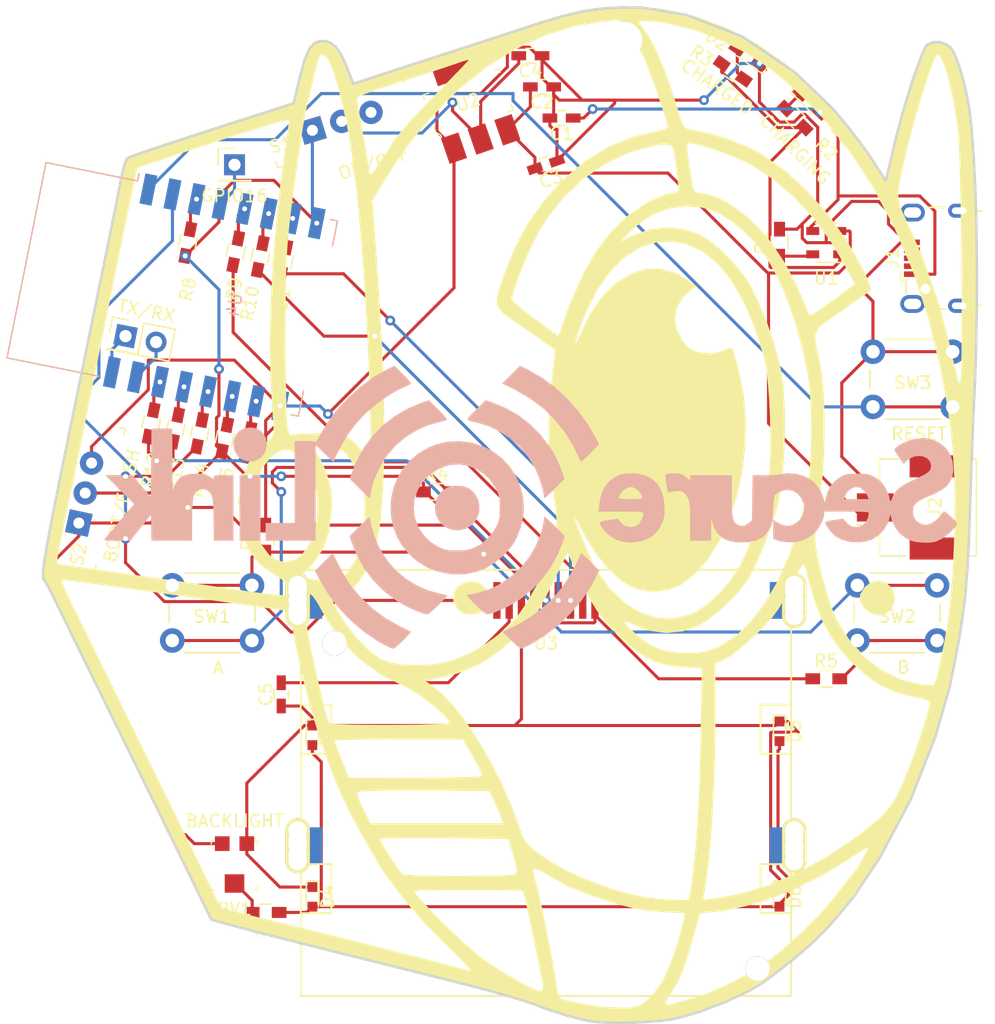
<source format=kicad_pcb>
(kicad_pcb (version 20171130) (host pcbnew "(5.0.0-3-g5ebb6b6)")
  (layers (0 F.Cu signal) (31 B.Cu signal) (34 B.Paste user) (35 F.Paste user) (36 B.SilkS user) (37 F.SilkS user) (38 B.Mask user) (39 F.Mask user) (44 Edge.Cuts user))
  (net 0 "")
  (net 1 "Net-(C1-Pad2)")
  (net 2 GND)
  (net 3 "Net-(C2-Pad2)")
  (net 4 /3.3V)
  (net 5 "Net-(C5-Pad2)")
  (net 6 "Net-(D1-Pad1)")
  (net 7 "Net-(D2-Pad2)")
  (net 8 "Net-(D3-Pad2)")
  (net 9 "Net-(J1-Pad4)")
  (net 10 "Net-(J1-Pad3)")
  (net 11 "Net-(J1-Pad2)")
  (net 12 "Net-(J3-Pad1)")
  (net 13 "Net-(J4-Pad1)")
  (net 14 "Net-(J4-Pad2)")
  (net 15 "Net-(R1-Pad1)")
  (net 16 "Net-(R2-Pad2)")
  (net 17 +3V3)
  (net 18 "Net-(R4-Pad2)")
  (net 19 "Net-(R5-Pad2)")
  (net 20 "Net-(R6-Pad1)")
  (net 21 "Net-(R7-Pad2)")
  (net 22 "Net-(R8-Pad1)")
  (net 23 "Net-(R9-Pad2)")
  (net 24 "Net-(R9-Pad1)")
  (net 25 "Net-(R10-Pad1)")
  (net 26 "Net-(R10-Pad2)")
  (net 27 "Net-(R11-Pad2)")
  (net 28 "Net-(R11-Pad1)")
  (net 29 "Net-(R12-Pad1)")
  (net 30 "Net-(R12-Pad2)")
  (net 31 "Net-(R13-Pad2)")
  (net 32 "Net-(R13-Pad1)")
  (net 33 "Net-(R14-Pad1)")
  (net 34 "Net-(R14-Pad2)")
  (net 35 "Net-(R15-Pad2)")
  (net 36 "Net-(R16-Pad2)")
  (net 37 "Net-(S1-Pad3)")
  (net 38 "Net-(SW3-Pad2)")
  (net 39 "Net-(U4-Pad14)")
  (net 40 "Net-(U4-Pad13)")
  (net 41 "Net-(U4-Pad12)")
  (net 42 "Net-(U4-Pad11)")
  (net 43 "Net-(U4-Pad10)")
  (net 44 "Net-(U4-Pad9)")
  (module kicad:LOGO_NEW (layer F.Cu) (at 150.6 83.1)
    (fp_text reference G*** hide)
    (fp_text value LOGO hide)
  )
  (module Buttons_Switches_THT:SW_PUSH_6mm_h5mm (layer F.Cu) (at 179.07 69.85)
    (fp_text reference SW3 (at 3.25 2.54) (layer F.SilkS))
    (fp_text value RESET (at 3.75 6.7) (layer F.SilkS))
    (pad 1 thru_hole circle (at 6.5 0 90) (size 2 2) (drill 1.1) (layers *.Cu *.Mask) (net 2 GND))
    (pad 2 thru_hole circle (at 6.5 4.5 90) (size 2 2) (drill 1.1) (layers *.Cu *.Mask) (net 38 "Net-(SW3-Pad2)"))
    (pad 1 thru_hole circle (at 0 0 90) (size 2 2) (drill 1.1) (layers *.Cu *.Mask) (net 2 GND))
    (pad 2 thru_hole circle (at 0 4.5 90) (size 2 2) (drill 1.1) (layers *.Cu *.Mask) (net 38 "Net-(SW3-Pad2)"))
  )
  (module Pin_Headers:Pin_Header_Straight_1x01_Pitch2.54mm (layer F.Cu) (at 127 54.61)
    (fp_text reference GPIO16 (at 0 2.54) (layer F.SilkS))
    (fp_text value GPIO16)
    (pad 1 thru_hole rect (at 0 0) (size 1.7 1.7) (drill 1) (layers *.Cu *.Mask) (net 12 "Net-(J3-Pad1)"))
  )
  (module Pin_Headers:Pin_Header_Straight_2x01_Pitch2.54mm (layer F.Cu) (at 118.11 68.58 349)
    (fp_text reference TX/RX (at 1.27 -2.33 349) (layer F.SilkS))
    (fp_text value RX/TX)
    (pad 1 thru_hole rect (at 0 0 349) (size 1.7 1.7) (drill 1) (layers *.Cu *.Mask) (net 13 "Net-(J4-Pad1)"))
    (pad 2 thru_hole oval (at 2.54 0 349) (size 1.7 1.7) (drill 1) (layers *.Cu *.Mask) (net 14 "Net-(J4-Pad2)"))
  )
  (module digikey-footprints:Trimpot_3.8mmx3.6mm_TC33X-2-103E (layer F.Cu) (at 127 111.76 180)
    (fp_text reference RV1 (at 0 -3.54 180) (layer F.SilkS))
    (fp_text value BACKLIGHT (at 0 3.65 180) (layer F.SilkS))
    (pad 2 smd rect (at 0 -1.45 180) (size 1.6 1.5) (layers F.Cu F.Paste F.Mask) (net 21 "Net-(R7-Pad2)"))
    (pad 1 smd rect (at -1 1.8 180) (size 1.2 1.2) (layers F.Cu F.Paste F.Mask) (net 2 GND))
    (pad 3 smd rect (at 1 1.8 180) (size 1.2 1.2) (layers F.Cu F.Paste F.Mask) (net 17 +3V3))
  )
  (module LEDs:LED_0603 (layer F.Cu) (at 171.45 114.3 270)
    (fp_text reference D6 (at 0 -1.25 270) (layer F.SilkS))
    (fp_text value LED)
    (pad 1 smd rect (at -0.8 0 90) (size 0.8 0.8) (layers F.Cu F.Paste F.Mask) (net 2 GND))
    (pad 2 smd rect (at 0.8 0 90) (size 0.8 0.8) (layers F.Cu F.Paste F.Mask) (net 8 "Net-(D3-Pad2)"))
  )
  (module LEDs:LED_0603 (layer F.Cu) (at 171.45 100.8 270)
    (fp_text reference D5 (at 0 -1.25 270) (layer F.SilkS))
    (fp_text value LED)
    (pad 2 smd rect (at 0.8 0 90) (size 0.8 0.8) (layers F.Cu F.Paste F.Mask) (net 8 "Net-(D3-Pad2)"))
    (pad 1 smd rect (at -0.8 0 90) (size 0.8 0.8) (layers F.Cu F.Paste F.Mask) (net 2 GND))
  )
  (module LEDs:LED_0603 (layer F.Cu) (at 133.35 101.13 270)
    (fp_text reference D3 (at 0 -1.25 270) (layer F.SilkS))
    (fp_text value LED)
    (pad 2 smd rect (at 0.8 0 90) (size 0.8 0.8) (layers F.Cu F.Paste F.Mask) (net 8 "Net-(D3-Pad2)"))
    (pad 1 smd rect (at -0.8 0 90) (size 0.8 0.8) (layers F.Cu F.Paste F.Mask) (net 2 GND))
  )
  (module LEDs:LED_0603 (layer F.Cu) (at 133.35 114.3 270)
    (fp_text reference D4 (at 0 -1.25 270) (layer F.SilkS))
    (fp_text value LED)
    (pad 2 smd rect (at 0.8 0 90) (size 0.8 0.8) (layers F.Cu F.Paste F.Mask) (net 8 "Net-(D3-Pad2)"))
    (pad 1 smd rect (at -0.8 0 90) (size 0.8 0.8) (layers F.Cu F.Paste F.Mask) (net 2 GND))
  )
  (module Capacitors_SMD:C_0603_HandSoldering (layer F.Cu) (at 153.67 50.8)
    (fp_text reference C1 (at 0 1.27) (layer F.SilkS))
    (fp_text value 10uF)
    (pad 2 smd rect (at 0.95 0) (size 1.2 0.75) (layers F.Cu F.Paste F.Mask) (net 1 "Net-(C1-Pad2)"))
    (pad 1 smd rect (at -0.95 0) (size 1.2 0.75) (layers F.Cu F.Paste F.Mask) (net 2 GND))
  )
  (module Capacitors_SMD:C_0603_HandSoldering (layer F.Cu) (at 152.08 48.26 180)
    (fp_text reference C2 (at 0 -1.25 180) (layer F.SilkS))
    (fp_text value 10uF)
    (pad 2 smd rect (at 0.95 0 180) (size 1.2 0.75) (layers F.Cu F.Paste F.Mask) (net 3 "Net-(C2-Pad2)"))
    (pad 1 smd rect (at -0.95 0 180) (size 1.2 0.75) (layers F.Cu F.Paste F.Mask) (net 2 GND))
  )
  (module Capacitors_SMD:C_0603_HandSoldering (layer F.Cu) (at 152.4 54.61 199)
    (fp_text reference C3 (at 0 -1.25 199) (layer F.SilkS))
    (fp_text value 100nF)
    (pad 1 smd rect (at -0.95 0 199) (size 1.2 0.75) (layers F.Cu F.Paste F.Mask) (net 2 GND))
    (pad 2 smd rect (at 0.95 0 199) (size 1.2 0.75) (layers F.Cu F.Paste F.Mask) (net 3 "Net-(C2-Pad2)"))
  )
  (module Capacitors_SMD:C_0603_HandSoldering (layer F.Cu) (at 151.13 45.72 180)
    (fp_text reference C4 (at 0 -1.25 180) (layer F.SilkS))
    (fp_text value 10uF)
    (pad 2 smd rect (at 0.95 0 180) (size 1.2 0.75) (layers F.Cu F.Paste F.Mask) (net 4 /3.3V))
    (pad 1 smd rect (at -0.95 0 180) (size 1.2 0.75) (layers F.Cu F.Paste F.Mask) (net 2 GND))
  )
  (module Capacitors_SMD:C_0603_HandSoldering (layer F.Cu) (at 130.81 97.79 90)
    (fp_text reference C5 (at 0 -1.25 90) (layer F.SilkS))
    (fp_text value 100nF)
    (pad 1 smd rect (at -0.95 0 90) (size 1.2 0.75) (layers F.Cu F.Paste F.Mask) (net 2 GND))
    (pad 2 smd rect (at 0.95 0 90) (size 1.2 0.75) (layers F.Cu F.Paste F.Mask) (net 5 "Net-(C5-Pad2)"))
  )
  (module LEDs:LED_0603_HandSoldering (layer F.Cu) (at 173.99 49.53 315)
    (fp_text reference D1 (at 3.592102 0 315) (layer F.SilkS))
    (fp_text value CHARGING (at 1.796051 3.592102 315) (layer F.SilkS))
    (pad 2 smd rect (at 1.099999 0 315) (size 1.2 0.9) (layers F.Cu F.Paste F.Mask) (net 1 "Net-(C1-Pad2)"))
    (pad 1 smd rect (at -1.099999 0 315) (size 1.2 0.9) (layers F.Cu F.Paste F.Mask) (net 6 "Net-(D1-Pad1)"))
  )
  (module LEDs:LED_0603_HandSoldering (layer F.Cu) (at 168.91 45.72 145)
    (fp_text reference D2 (at 2.809088 -0.416561 145) (layer F.SilkS))
    (fp_text value CHARGED (at 0.623762 -3.53753 145) (layer F.SilkS))
    (pad 2 smd rect (at 1.1 0 145) (size 1.2 0.9) (layers F.Cu F.Paste F.Mask) (net 7 "Net-(D2-Pad2)"))
    (pad 1 smd rect (at -1.1 0 145) (size 1.2 0.9) (layers F.Cu F.Paste F.Mask) (net 2 GND))
  )
  (module Connectors_USB:USB_Micro-B_Wuerth-629105150521 (layer F.Cu) (at 184.15 62.23 90)
    (fp_text reference J1 (at 0 -3.5 90) (layer F.SilkS))
    (fp_text value Micro_USB)
    (pad "" np_thru_hole oval (at 2.5 -0.8 90) (size 0.8 0.8) (drill 0.8) (layers *.Cu *.Mask))
    (pad "" np_thru_hole oval (at -2.5 -0.8 90) (size 0.8 0.8) (drill 0.8) (layers *.Cu *.Mask))
    (pad 6 thru_hole oval (at 3.875 1.95 90) (size 1.15 1.8) (drill oval 0.55 1.2) (layers *.Cu *.Mask))
    (pad 6 thru_hole oval (at -3.875 1.95 90) (size 1.15 1.8) (drill oval 0.55 1.2) (layers *.Cu *.Mask))
    (pad 6 thru_hole oval (at 3.725 -1.85 90) (size 1.45 2) (drill oval 0.85 1.4) (layers *.Cu *.Mask))
    (pad 6 thru_hole oval (at -3.725 -1.85 90) (size 1.45 2) (drill oval 0.85 1.4) (layers *.Cu *.Mask))
    (pad 5 smd rect (at 1.3 -1.9 90) (size 0.45 1.3) (layers F.Cu F.Paste F.Mask) (net 2 GND))
    (pad 4 smd rect (at 0.65 -1.9 90) (size 0.45 1.3) (layers F.Cu F.Paste F.Mask) (net 9 "Net-(J1-Pad4)"))
    (pad 3 smd rect (at 0 -1.9 90) (size 0.45 1.3) (layers F.Cu F.Paste F.Mask) (net 10 "Net-(J1-Pad3)"))
    (pad 2 smd rect (at -0.65 -1.9 90) (size 0.45 1.3) (layers F.Cu F.Paste F.Mask) (net 11 "Net-(J1-Pad2)"))
    (pad 1 smd rect (at -1.3 -1.9 90) (size 0.45 1.3) (layers F.Cu F.Paste F.Mask) (net 1 "Net-(C1-Pad2)"))
  )
  (module Connectors_JST:JST_ZE_SM02B-ZESS-TB_02x1.5mm_Angled (layer F.Cu) (at 181.61 82.55 90)
    (fp_text reference J2 (at 0 2.54 90) (layer F.SilkS))
    (fp_text value JST_CHARGE)
    (pad "" smd rect (at -3.35 2.35 90) (size 1.8 3.8) (layers F.Cu F.Paste F.Mask))
    (pad "" smd rect (at 3.35 2.35 90) (size 1.8 3.8) (layers F.Cu F.Paste F.Mask))
    (pad 2 smd rect (at 0.75 -2.35 90) (size 0.8 3) (layers F.Cu F.Paste F.Mask) (net 2 GND))
    (pad 1 smd rect (at -0.75 -2.35 90) (size 0.8 3) (layers F.Cu F.Paste F.Mask) (net 3 "Net-(C2-Pad2)"))
  )
  (module Resistors_SMD:R_0603_HandSoldering (layer F.Cu) (at 171.45 60.96 90)
    (fp_text reference R1 (at 0 -1.45 90) (layer F.SilkS))
    (fp_text value 2k)
    (pad 1 smd rect (at -1.1 0 90) (size 1.2 0.9) (layers F.Cu F.Paste F.Mask) (net 15 "Net-(R1-Pad1)"))
    (pad 2 smd rect (at 1.1 0 90) (size 1.2 0.9) (layers F.Cu F.Paste F.Mask) (net 2 GND))
  )
  (module Resistors_SMD:R_0603_HandSoldering (layer F.Cu) (at 172.72 50.8 315)
    (fp_text reference R2 (at 3.592102 0 315) (layer F.SilkS))
    (fp_text value 470)
    (pad 1 smd rect (at -1.099999 0 315) (size 1.2 0.9) (layers F.Cu F.Paste F.Mask) (net 6 "Net-(D1-Pad1)"))
    (pad 2 smd rect (at 1.099999 0 315) (size 1.2 0.9) (layers F.Cu F.Paste F.Mask) (net 16 "Net-(R2-Pad2)"))
  )
  (module Resistors_SMD:R_0603_HandSoldering (layer F.Cu) (at 167.64 46.99 145)
    (fp_text reference R3 (at 2.809088 -0.416561 145) (layer F.SilkS))
    (fp_text value 470)
    (pad 2 smd rect (at 1.1 0 145) (size 1.2 0.9) (layers F.Cu F.Paste F.Mask) (net 16 "Net-(R2-Pad2)"))
    (pad 1 smd rect (at -1.1 0 145) (size 1.2 0.9) (layers F.Cu F.Paste F.Mask) (net 7 "Net-(D2-Pad2)"))
  )
  (module Resistors_SMD:R_0603_HandSoldering (layer F.Cu) (at 143.51 81.28)
    (fp_text reference R4 (at 0 -1.45) (layer F.SilkS))
    (fp_text value 1k)
    (pad 1 smd rect (at -1.1 0) (size 1.2 0.9) (layers F.Cu F.Paste F.Mask) (net 17 +3V3))
    (pad 2 smd rect (at 1.1 0) (size 1.2 0.9) (layers F.Cu F.Paste F.Mask) (net 18 "Net-(R4-Pad2)"))
  )
  (module Resistors_SMD:R_0603_HandSoldering (layer F.Cu) (at 175.26 96.52)
    (fp_text reference R5 (at 0 -1.45) (layer F.SilkS))
    (fp_text value 2k)
    (pad 2 smd rect (at 1.1 0) (size 1.2 0.9) (layers F.Cu F.Paste F.Mask) (net 19 "Net-(R5-Pad2)"))
    (pad 1 smd rect (at -1.1 0) (size 1.2 0.9) (layers F.Cu F.Paste F.Mask) (net 17 +3V3))
  )
  (module Resistors_SMD:R_0603_HandSoldering (layer F.Cu) (at 129.54 85.09 90)
    (fp_text reference R6 (at 0 -1.45 90) (layer F.SilkS))
    (fp_text value 220)
    (pad 2 smd rect (at 1.1 0 90) (size 1.2 0.9) (layers F.Cu F.Paste F.Mask) (net 2 GND))
    (pad 1 smd rect (at -1.1 0 90) (size 1.2 0.9) (layers F.Cu F.Paste F.Mask) (net 20 "Net-(R6-Pad1)"))
  )
  (module Resistors_SMD:R_0603_HandSoldering (layer F.Cu) (at 129.54 115.57 180)
    (fp_text reference R7 (at 0 -1.45 180) (layer F.SilkS))
    (fp_text value 470)
    (pad 2 smd rect (at 1.1 0 180) (size 1.2 0.9) (layers F.Cu F.Paste F.Mask) (net 21 "Net-(R7-Pad2)"))
    (pad 1 smd rect (at -1.1 0 180) (size 1.2 0.9) (layers F.Cu F.Paste F.Mask) (net 8 "Net-(D3-Pad2)"))
  )
  (module Resistors_SMD:R_0603_HandSoldering (layer F.Cu) (at 123.19 60.96 258.7)
    (fp_text reference R8 (at 3.736142 -0.746555 258.7) (layer F.SilkS))
    (fp_text value 10k)
    (pad 2 smd rect (at 1.1 0 258.7) (size 1.2 0.9) (layers F.Cu F.Paste F.Mask) (net 17 +3V3))
    (pad 1 smd rect (at -1.1 0 258.7) (size 1.2 0.9) (layers F.Cu F.Paste F.Mask) (net 22 "Net-(R8-Pad1)"))
  )
  (module Resistors_SMD:R_0603_HandSoldering (layer F.Cu) (at 127.1 61.7 258.7)
    (fp_text reference R9 (at 3.030082 -0.503493 258.7) (layer F.SilkS))
    (fp_text value 10k)
    (pad 2 smd rect (at 1.1 0 258.7) (size 1.2 0.9) (layers F.Cu F.Paste F.Mask) (net 23 "Net-(R9-Pad2)"))
    (pad 1 smd rect (at -1.1 0 258.7) (size 1.2 0.9) (layers F.Cu F.Paste F.Mask) (net 24 "Net-(R9-Pad1)"))
  )
  (module Resistors_SMD:R_0603_HandSoldering (layer F.Cu) (at 129.1 62.1 258.7)
    (fp_text reference R10 (at 3.898777 0.067355 258.7) (layer F.SilkS))
    (fp_text value 10k)
    (pad 1 smd rect (at -1.1 0 258.7) (size 1.2 0.9) (layers F.Cu F.Paste F.Mask) (net 25 "Net-(R10-Pad1)"))
    (pad 2 smd rect (at 1.1 0 258.7) (size 1.2 0.9) (layers F.Cu F.Paste F.Mask) (net 26 "Net-(R10-Pad2)"))
  )
  (module Resistors_SMD:R_0603_HandSoldering (layer F.Cu) (at 131.025541 62.421324 258.7)
    (fp_text reference R11 (at 3.590761 -0.497703 258.7) (layer F.SilkS))
    (fp_text value 10k)
    (pad 2 smd rect (at 1.1 0 258.7) (size 1.2 0.9) (layers F.Cu F.Paste F.Mask) (net 27 "Net-(R11-Pad2)"))
    (pad 1 smd rect (at -1.1 0 258.7) (size 1.2 0.9) (layers F.Cu F.Paste F.Mask) (net 28 "Net-(R11-Pad1)"))
  )
  (module Resistors_SMD:R_0603_HandSoldering (layer F.Cu) (at 120.2 75.7 78.7)
    (fp_text reference R12 (at -3.736142 0.746555 78.7) (layer F.SilkS))
    (fp_text value 1k)
    (pad 1 smd rect (at -1.1 0 78.7) (size 1.2 0.9) (layers F.Cu F.Paste F.Mask) (net 29 "Net-(R12-Pad1)"))
    (pad 2 smd rect (at 1.1 0 78.7) (size 1.2 0.9) (layers F.Cu F.Paste F.Mask) (net 30 "Net-(R12-Pad2)"))
  )
  (module Resistors_SMD:R_0603_HandSoldering (layer F.Cu) (at 122.2 76.1 78.7)
    (fp_text reference R13 (at -3.736142 0.746555 78.7) (layer F.SilkS))
    (fp_text value 10k)
    (pad 2 smd rect (at 1.1 0 78.7) (size 1.2 0.9) (layers F.Cu F.Paste F.Mask) (net 31 "Net-(R13-Pad2)"))
    (pad 1 smd rect (at -1.1 0 78.7) (size 1.2 0.9) (layers F.Cu F.Paste F.Mask) (net 32 "Net-(R13-Pad1)"))
  )
  (module Resistors_SMD:R_0603_HandSoldering (layer F.Cu) (at 124.15 76.5 78.7)
    (fp_text reference R14 (at -3.736142 0.746555 78.7) (layer F.SilkS))
    (fp_text value 10k)
    (pad 1 smd rect (at -1.1 0 78.7) (size 1.2 0.9) (layers F.Cu F.Paste F.Mask) (net 33 "Net-(R14-Pad1)"))
    (pad 2 smd rect (at 1.1 0 78.7) (size 1.2 0.9) (layers F.Cu F.Paste F.Mask) (net 34 "Net-(R14-Pad2)"))
  )
  (module Resistors_SMD:R_0603_HandSoldering (layer F.Cu) (at 126.2 76.9 78.7)
    (fp_text reference R15 (at -3.736142 0.746555 78.7) (layer F.SilkS))
    (fp_text value 10k)
    (pad 1 smd rect (at -1.1 0 78.7) (size 1.2 0.9) (layers F.Cu F.Paste F.Mask) (net 17 +3V3))
    (pad 2 smd rect (at 1.1 0 78.7) (size 1.2 0.9) (layers F.Cu F.Paste F.Mask) (net 35 "Net-(R15-Pad2)"))
  )
  (module Resistors_SMD:R_0603_HandSoldering (layer F.Cu) (at 128.1 77.26 78.7)
    (fp_text reference R16 (at -3.736142 0.746555 78.7) (layer F.SilkS))
    (fp_text value 10k)
    (pad 1 smd rect (at -1.1 0 78.7) (size 1.2 0.9) (layers F.Cu F.Paste F.Mask) (net 2 GND))
    (pad 2 smd rect (at 1.1 0 78.7) (size 1.2 0.9) (layers F.Cu F.Paste F.Mask) (net 36 "Net-(R16-Pad2)"))
  )
  (module digikey-footprints:Switch_Slide_11.6x4mm_EG1218 (layer F.Cu) (at 133.35 51.8 17)
    (fp_text reference S1 (at -2.815089 0.373865 17) (layer F.SilkS))
    (fp_text value ON/OFF (at 3.976291 4.055503 17) (layer F.SilkS))
    (pad 1 thru_hole rect (at 0 0 17) (size 1.9 1.9) (drill 0.9) (layers *.Cu *.Mask) (net 17 +3V3))
    (pad 2 thru_hole circle (at 2.5 0 17) (size 1.9 1.9) (drill 0.9) (layers *.Cu *.Mask) (net 4 /3.3V))
    (pad 3 thru_hole circle (at 5 0 17) (size 1.9 1.9) (drill 0.9) (layers *.Cu *.Mask) (net 37 "Net-(S1-Pad3)"))
  )
  (module digikey-footprints:Switch_Slide_11.6x4mm_EG1218 (layer F.Cu) (at 114.3 83.82 78)
    (fp_text reference S2 (at -2.484495 0.528096 78) (layer F.SilkS))
    (fp_text value BOOT/FLASH (at 2.11 3.14 78) (layer F.SilkS))
    (pad 3 thru_hole circle (at 5 0 78) (size 1.9 1.9) (drill 0.9) (layers *.Cu *.Mask) (net 2 GND))
    (pad 2 thru_hole circle (at 2.5 0 78) (size 1.9 1.9) (drill 0.9) (layers *.Cu *.Mask) (net 33 "Net-(R14-Pad1)"))
    (pad 1 thru_hole rect (at 0 0 78) (size 1.9 1.9) (drill 0.9) (layers *.Cu *.Mask) (net 17 +3V3))
  )
  (module Buttons_Switches_THT:SW_PUSH_6mm_h5mm (layer F.Cu) (at 121.92 88.9)
    (fp_text reference SW1 (at 3.25 2.54) (layer F.SilkS))
    (fp_text value A (at 3.75 6.7) (layer F.SilkS))
    (pad 1 thru_hole circle (at 6.5 0 90) (size 2 2) (drill 1.1) (layers *.Cu *.Mask) (net 20 "Net-(R6-Pad1)"))
    (pad 2 thru_hole circle (at 6.5 4.5 90) (size 2 2) (drill 1.1) (layers *.Cu *.Mask) (net 18 "Net-(R4-Pad2)"))
    (pad 1 thru_hole circle (at 0 0 90) (size 2 2) (drill 1.1) (layers *.Cu *.Mask) (net 20 "Net-(R6-Pad1)"))
    (pad 2 thru_hole circle (at 0 4.5 90) (size 2 2) (drill 1.1) (layers *.Cu *.Mask) (net 18 "Net-(R4-Pad2)"))
  )
  (module Buttons_Switches_THT:SW_PUSH_6mm_h5mm (layer F.Cu) (at 177.8 88.9)
    (fp_text reference SW2 (at 3.25 2.54) (layer F.SilkS))
    (fp_text value B (at 3.75 6.7) (layer F.SilkS))
    (pad 2 thru_hole circle (at 0 4.5 90) (size 2 2) (drill 1.1) (layers *.Cu *.Mask) (net 19 "Net-(R5-Pad2)"))
    (pad 1 thru_hole circle (at 0 0 90) (size 2 2) (drill 1.1) (layers *.Cu *.Mask) (net 20 "Net-(R6-Pad1)"))
    (pad 2 thru_hole circle (at 6.5 4.5 90) (size 2 2) (drill 1.1) (layers *.Cu *.Mask) (net 19 "Net-(R5-Pad2)"))
    (pad 1 thru_hole circle (at 6.5 0 90) (size 2 2) (drill 1.1) (layers *.Cu *.Mask) (net 20 "Net-(R6-Pad1)"))
  )
  (module TO_SOT_Packages_SMD:SOT-23-5 (layer F.Cu) (at 175.26 60.96 180)
    (fp_text reference U1 (at 0 -2.9 180) (layer F.SilkS))
    (fp_text value MCP73831T-2ACI_OT)
    (pad 5 smd rect (at 1.1 -0.95 180) (size 1.06 0.65) (layers F.Cu F.Paste F.Mask) (net 15 "Net-(R1-Pad1)"))
    (pad 4 smd rect (at 1.1 0.95 180) (size 1.06 0.65) (layers F.Cu F.Paste F.Mask) (net 1 "Net-(C1-Pad2)"))
    (pad 3 smd rect (at -1.1 0.95 180) (size 1.06 0.65) (layers F.Cu F.Paste F.Mask) (net 3 "Net-(C2-Pad2)"))
    (pad 2 smd rect (at -1.1 0 180) (size 1.06 0.65) (layers F.Cu F.Paste F.Mask) (net 2 GND))
    (pad 1 smd rect (at -1.1 -0.95 180) (size 1.06 0.65) (layers F.Cu F.Paste F.Mask) (net 16 "Net-(R2-Pad2)"))
  )
  (module digikey-footprints:SOT-223 (layer F.Cu) (at 146.05 49.53 19)
    (fp_text reference U2 (at 0 0 19) (layer F.SilkS))
    (fp_text value LD1117V33)
    (pad 3 smd rect (at 2.3 3.15 19) (size 1.5 2.2) (layers F.Cu F.Paste F.Mask) (net 3 "Net-(C2-Pad2)"))
    (pad 2 smd rect (at 0 3.150001 19) (size 1.5 2.2) (layers F.Cu F.Paste F.Mask) (net 4 /3.3V))
    (pad 1 smd rect (at -2.3 3.15 19) (size 1.5 2.2) (layers F.Cu F.Paste F.Mask) (net 2 GND))
    (pad 4 smd rect (at 0 -3.150001 19) (size 3.8 2.2) (layers F.Cu F.Paste F.Mask))
  )
  (module Nokia_5110-3310_LCD:Nokia_5110-3310_LCD (layer F.Cu) (at 152.4 87.63)
    (fp_text reference U3 (at 0 6) (layer F.SilkS))
    (fp_text value Nokia_5110_LCD)
    (pad "" thru_hole circle (at 17.25 32.5) (size 2 2) (drill 2) (layers *.Cu))
    (pad "" np_thru_hole circle (at 20.25 23) (size 1.5 1.5) (drill 1.5) (layers *.Mask B.Cu F.SilkS))
    (pad "" np_thru_hole circle (at 20.25 21.75) (size 1.5 1.5) (drill 1.5) (layers *.Mask B.Cu F.SilkS))
    (pad "" np_thru_hole circle (at -20.25 23.25) (size 1.5 1.5) (drill 1.5) (layers *.Mask B.Cu F.SilkS))
    (pad "" np_thru_hole circle (at -20.25 22) (size 1.5 1.5) (drill 1.5) (layers *.Mask B.Cu F.SilkS))
    (pad "" np_thru_hole circle (at -20.25 23.75) (size 1.5 1.5) (drill 1.5) (layers *.Mask B.Cu F.SilkS))
    (pad "" np_thru_hole circle (at -20.25 21.25) (size 1.5 1.5) (drill 1.5) (layers *.Mask B.Cu F.SilkS))
    (pad "" np_thru_hole circle (at -20.25 3.75) (size 1.5 1.5) (drill 1.5) (layers *.Mask B.Cu F.SilkS))
    (pad "" np_thru_hole circle (at -20.25 3.25) (size 1.5 1.5) (drill 1.5) (layers *.Mask B.Cu F.SilkS))
    (pad "" np_thru_hole circle (at -20.25 1.25) (size 1.5 1.5) (drill 1.5) (layers *.Mask B.Cu F.SilkS))
    (pad "" np_thru_hole circle (at -20.25 1.75) (size 1.5 1.5) (drill 1.5) (layers *.Mask B.Cu F.SilkS))
    (pad "" np_thru_hole circle (at 20.25 23.75) (size 1.5 1.5) (drill 1.5) (layers *.Mask B.Cu F.SilkS))
    (pad "" np_thru_hole circle (at 20.25 21.25) (size 1.5 1.5) (drill 1.5) (layers *.Mask B.Cu F.SilkS))
    (pad "" np_thru_hole circle (at 20.25 3) (size 1.5 1.5) (drill 1.5) (layers *.Mask B.Cu F.SilkS))
    (pad "" smd rect (at 19 2.5) (size 1.5 3) (layers B.Cu B.Mask))
    (pad "" smd rect (at 19 22.5) (size 1.5 3) (layers B.Cu B.Mask))
    (pad "" smd rect (at -19 22.5) (size 1.5 3) (layers B.Cu B.Mask))
    (pad "" smd rect (at -19 2.5) (size 1.5 3) (layers B.Cu B.Mask))
    (pad "" np_thru_hole oval (at 20.25 22.5) (size 2 4.5) (drill 1.5) (layers *.Mask B.Cu F.SilkS))
    (pad "" np_thru_hole oval (at -20.25 22.5) (size 2 4.5) (drill 1.5) (layers *.Mask B.Cu F.SilkS))
    (pad "" np_thru_hole oval (at 20.25 2.5) (size 2 4.5) (drill 1.5) (layers *.Mask B.Cu F.SilkS))
    (pad "" np_thru_hole oval (at -20.25 2.5) (size 2 4.5) (drill 1.5) (layers *.Mask B.Cu F.SilkS))
    (pad 9 smd rect (at 4 2.5) (size 0.6 3) (layers F.Cu F.Mask) (net 17 +3V3))
    (pad 8 smd rect (at 3 2.5) (size 0.6 3) (layers F.Cu F.Mask) (net 23 "Net-(R9-Pad2)"))
    (pad 7 smd rect (at 2 2.5) (size 0.6 3) (layers F.Cu F.Mask) (net 27 "Net-(R11-Pad2)"))
    (pad 6 smd rect (at 1 2.5) (size 0.6 3) (layers F.Cu F.Mask) (net 26 "Net-(R10-Pad2)"))
    (pad 1 smd rect (at -4 2.5) (size 0.6 3) (layers F.Cu F.Mask) (net 32 "Net-(R13-Pad1)"))
    (pad 2 smd rect (at -3 2.5) (size 0.6 3) (layers F.Cu F.Mask) (net 5 "Net-(C5-Pad2)"))
    (pad 5 smd rect (at 0 2.5) (size 0.6 3) (layers F.Cu F.Mask) (net 29 "Net-(R12-Pad1)"))
    (pad 4 smd rect (at -1 2.5) (size 0.6 3) (layers F.Cu F.Mask) (net 17 +3V3))
    (pad 3 smd rect (at -2 2.5) (size 0.6 3) (layers F.Cu F.Mask) (net 2 GND))
    (pad "" np_thru_hole circle (at 20.25 1.25) (size 1.5 1.5) (drill 1.5) (layers *.Mask B.Cu F.SilkS))
    (pad "" np_thru_hole circle (at 20.25 3.75) (size 1.5 1.5) (drill 1.5) (layers *.Mask B.Cu F.SilkS))
    (pad "" np_thru_hole circle (at 20.25 1.75) (size 1.5 1.5) (drill 1.5) (layers *.Mask B.Cu F.SilkS))
    (pad "" thru_hole circle (at -17.25 6) (size 2 2) (drill 2) (layers *.Cu))
  )
  (module RF_Modules:ESP-12E (layer B.Cu) (at 121.92 64.77 258.7)
    (fp_text reference U4 (at 0.249974 -5.230374 258.7) (layer B.SilkS) (effects (justify mirror)))
    (fp_text value ESP-12F)
    (pad 22 smd rect (at 7.6 3.5 258.7) (size 2.5 1) (layers B.Cu B.Paste B.Mask) (net 13 "Net-(J4-Pad1)"))
    (pad 21 smd rect (at 7.6 1.5 258.7) (size 2.5 1) (layers B.Cu B.Paste B.Mask) (net 14 "Net-(J4-Pad2)"))
    (pad 20 smd rect (at 7.599998 -0.5 258.7) (size 2.5 1) (layers B.Cu B.Paste B.Mask) (net 30 "Net-(R12-Pad2)"))
    (pad 19 smd rect (at 7.6 -2.5 258.7) (size 2.5 1) (layers B.Cu B.Paste B.Mask) (net 31 "Net-(R13-Pad2)"))
    (pad 18 smd rect (at 7.6 -4.5 258.7) (size 2.5 1) (layers B.Cu B.Paste B.Mask) (net 34 "Net-(R14-Pad2)"))
    (pad 17 smd rect (at 7.6 -6.5 258.7) (size 2.5 1) (layers B.Cu B.Paste B.Mask) (net 35 "Net-(R15-Pad2)"))
    (pad 16 smd rect (at 7.6 -8.5 258.7) (size 2.5 1) (layers B.Cu B.Paste B.Mask) (net 36 "Net-(R16-Pad2)"))
    (pad 15 smd rect (at 7.6 -10.5 258.7) (size 2.5 1) (layers B.Cu B.Paste B.Mask) (net 2 GND))
    (pad 8 smd rect (at -7.6 -10.5 258.7) (size 2.5 1) (layers B.Cu B.Paste B.Mask) (net 17 +3V3))
    (pad 7 smd rect (at -7.6 -8.5 258.7) (size 2.5 1) (layers B.Cu B.Paste B.Mask) (net 28 "Net-(R11-Pad1)"))
    (pad 6 smd rect (at -7.6 -6.5 258.7) (size 2.5 1) (layers B.Cu B.Paste B.Mask) (net 25 "Net-(R10-Pad1)"))
    (pad 5 smd rect (at -7.6 -4.5 258.7) (size 2.5 1) (layers B.Cu B.Paste B.Mask) (net 24 "Net-(R9-Pad1)"))
    (pad 4 smd rect (at -7.6 -2.5 258.7) (size 2.5 1) (layers B.Cu B.Paste B.Mask) (net 12 "Net-(J3-Pad1)"))
    (pad 3 smd rect (at -7.6 -0.5 258.7) (size 2.5 1) (layers B.Cu B.Paste B.Mask) (net 22 "Net-(R8-Pad1)"))
    (pad 2 smd rect (at -7.6 1.5 258.7) (size 2.5 1) (layers B.Cu B.Paste B.Mask) (net 20 "Net-(R6-Pad1)"))
    (pad 1 smd rect (at -7.6 3.5 258.7) (size 2.5 1) (layers B.Cu B.Paste B.Mask) (net 38 "Net-(SW3-Pad2)"))
  )
  (module Mounting_Holes:MountingHole_3mm (layer F.Cu) (at 158.75 44.45)
    (fp_text reference REF**)
    (fp_text value MountingHole_3mm)
    (pad 1 np_thru_hole circle (at 0 0) (size 3 3) (drill 3) (layers *.Cu *.Mask))
  )
  (module kicad:test (layer B.Cu) (at 151.13 82.55 180)
    (fp_text reference G*** hide)
    (fp_text value LOGO hide)
  )
  (gr_line (start 168.4207 44.1494) (end 172.7313 47.0802) (layer Edge.Cuts) (width 0.2))
  (gr_line (start 163.8512 42.3798) (end 168.4207 44.1494) (layer Edge.Cuts) (width 0.2))
  (gr_line (start 160.2462 41.7875) (end 163.8512 42.3798) (layer Edge.Cuts) (width 0.2))
  (gr_line (start 159.046 41.7875) (end 160.2462 41.7875) (layer Edge.Cuts) (width 0.2))
  (gr_line (start 158.5913 41.7875) (end 159.046 41.7875) (layer Edge.Cuts) (width 0.2))
  (gr_line (start 157.2296 41.8507) (end 158.5913 41.7875) (layer Edge.Cuts) (width 0.2))
  (gr_line (start 155.5264 42.0768) (end 157.2296 41.8507) (layer Edge.Cuts) (width 0.2))
  (gr_line (start 153.6771 42.5107) (end 155.5264 42.0768) (layer Edge.Cuts) (width 0.2))
  (gr_line (start 151.9834 43.0194) (end 153.6771 42.5107) (layer Edge.Cuts) (width 0.2))
  (gr_line (start 151.4239 43.2039) (end 151.9834 43.0194) (layer Edge.Cuts) (width 0.2))
  (gr_line (start 134.787 118.6833) (end 132.9238 118.2134) (layer Edge.Cuts) (width 0.2))
  (gr_line (start 135.4085 118.839) (end 134.787 118.6833) (layer Edge.Cuts) (width 0.2))
  (gr_line (start 154.0934 123.97906) (end 152.8625 123.59181) (layer Edge.Cuts) (width 0.2))
  (gr_line (start 155.2343 124.27673) (end 154.0934 123.97906) (layer Edge.Cuts) (width 0.2))
  (gr_line (start 151.927 123.25558) (end 151.6197 123.1343) (layer Edge.Cuts) (width 0.2))
  (gr_line (start 152.8625 123.59181) (end 151.927 123.25558) (layer Edge.Cuts) (width 0.2))
  (gr_line (start 149.1848 122.353) (end 147.4622 121.8706) (layer Edge.Cuts) (width 0.2))
  (gr_line (start 150.6358 122.7926) (end 149.1848 122.353) (layer Edge.Cuts) (width 0.2))
  (gr_line (start 151.3911 123.0434) (end 150.6358 122.7926) (layer Edge.Cuts) (width 0.2))
  (gr_line (start 151.6197 123.1343) (end 151.3911 123.0434) (layer Edge.Cuts) (width 0.2))
  (gr_line (start 136.1458 46.6065) (end 136.7011 48.0063) (layer Edge.Cuts) (width 0.2))
  (gr_line (start 136.0463 46.3556) (end 136.1458 46.6065) (layer Edge.Cuts) (width 0.2))
  (gr_line (start 135.6992 45.6226) (end 136.0463 46.3556) (layer Edge.Cuts) (width 0.2))
  (gr_line (start 117.7379 55.7663) (end 117.7764 55.5526) (layer Edge.Cuts) (width 0.2))
  (gr_line (start 117.6786 56.0927) (end 117.7379 55.7663) (layer Edge.Cuts) (width 0.2))
  (gr_line (start 117.4002 57.5024) (end 117.6786 56.0927) (layer Edge.Cuts) (width 0.2))
  (gr_line (start 116.7484 60.7342) (end 117.4002 57.5024) (layer Edge.Cuts) (width 0.2))
  (gr_line (start 115.7866 65.4331) (end 116.7484 60.7342) (layer Edge.Cuts) (width 0.2))
  (gr_line (start 111.3713 88.2148) (end 111.3837 87.6952) (layer Edge.Cuts) (width 0.2))
  (gr_line (start 111.4085 88.4036) (end 111.3713 88.2148) (layer Edge.Cuts) (width 0.2))
  (gr_line (start 111.4444 88.4463) (end 111.4085 88.4036) (layer Edge.Cuts) (width 0.2))
  (gr_line (start 111.4802 88.4889) (end 111.4444 88.4463) (layer Edge.Cuts) (width 0.2))
  (gr_line (start 111.7944 89.0114) (end 111.4802 88.4889) (layer Edge.Cuts) (width 0.2))
  (gr_line (start 112.1871 89.7706) (end 111.7944 89.0114) (layer Edge.Cuts) (width 0.2))
  (gr_line (start 112.2643 89.9318) (end 112.1871 89.7706) (layer Edge.Cuts) (width 0.2))
  (gr_line (start 130.5633 117.6139) (end 128.5927 117.1068) (layer Edge.Cuts) (width 0.2))
  (gr_line (start 132.9238 118.2134) (end 130.5633 117.6139) (layer Edge.Cuts) (width 0.2))
  (gr_line (start 177.5418 114.2529) (end 176.7456 115.2258) (layer Edge.Cuts) (width 0.2))
  (gr_line (start 179.6461 111.1013) (end 177.5418 114.2529) (layer Edge.Cuts) (width 0.2))
  (gr_line (start 182.1625 106.3484) (end 179.6461 111.1013) (layer Edge.Cuts) (width 0.2))
  (gr_line (start 184.18 101.207) (end 182.1625 106.3484) (layer Edge.Cuts) (width 0.2))
  (gr_line (start 185.3209 97.2548) (end 184.18 101.207) (layer Edge.Cuts) (width 0.2))
  (gr_line (start 185.5925 95.9167) (end 185.3209 97.2548) (layer Edge.Cuts) (width 0.2))
  (gr_line (start 185.7552 95.1078) (end 185.5925 95.9167) (layer Edge.Cuts) (width 0.2))
  (gr_line (start 186.2071 92.6729) (end 185.7552 95.1078) (layer Edge.Cuts) (width 0.2))
  (gr_line (start 186.5916 89.9276) (end 186.2071 92.6729) (layer Edge.Cuts) (width 0.2))
  (gr_line (start 186.8216 86.9706) (end 186.5916 89.9276) (layer Edge.Cuts) (width 0.2))
  (gr_line (start 186.9458 84.064) (end 186.8216 86.9706) (layer Edge.Cuts) (width 0.2))
  (gr_line (start 186.9761 83.0967) (end 186.9458 84.064) (layer Edge.Cuts) (width 0.2))
  (gr_line (start 186.9952 82.4476) (end 186.9761 83.0967) (layer Edge.Cuts) (width 0.2))
  (gr_line (start 112.3401 90.093) (end 112.2643 89.9318) (layer Edge.Cuts) (width 0.2))
  (gr_line (start 112.8017 91.0413) (end 112.3401 90.093) (layer Edge.Cuts) (width 0.2))
  (gr_line (start 113.8545 93.1978) (end 112.8017 91.0413) (layer Edge.Cuts) (width 0.2))
  (gr_line (start 115.2712 96.0888) (end 113.8545 93.1978) (layer Edge.Cuts) (width 0.2))
  (gr_line (start 116.4921 98.5749) (end 115.2712 96.0888) (layer Edge.Cuts) (width 0.2))
  (gr_line (start 116.9 99.4045) (end 116.4921 98.5749) (layer Edge.Cuts) (width 0.2))
  (gr_line (start 117.3369 100.2933) (end 116.9 99.4045) (layer Edge.Cuts) (width 0.2))
  (gr_line (start 156.5917 124.51235) (end 156.21 124.46) (layer Edge.Cuts) (width 0.2))
  (gr_line (start 157.7534 124.57024) (end 156.5917 124.51235) (layer Edge.Cuts) (width 0.2))
  (gr_line (start 159.6235 124.5592) (end 157.7534 124.57024) (layer Edge.Cuts) (width 0.2))
  (gr_line (start 161.4699 124.43933) (end 159.6235 124.5592) (layer Edge.Cuts) (width 0.2))
  (gr_line (start 162.5847 124.30291) (end 161.4699 124.43933) (layer Edge.Cuts) (width 0.2))
  (gr_line (start 162.9484 124.22297) (end 162.5847 124.30291) (layer Edge.Cuts) (width 0.2))
  (gr_line (start 163.4681 124.10722) (end 162.9484 124.22297) (layer Edge.Cuts) (width 0.2))
  (gr_line (start 165.002 123.6497) (end 163.4681 124.10722) (layer Edge.Cuts) (width 0.2))
  (gr_line (start 167.0841 122.867) (end 165.002 123.6497) (layer Edge.Cuts) (width 0.2))
  (gr_line (start 168.9774 121.9644) (end 167.0841 122.867) (layer Edge.Cuts) (width 0.2))
  (gr_line (start 170.1158 121.2974) (end 168.9774 121.9644) (layer Edge.Cuts) (width 0.2))
  (gr_line (start 170.4658 121.0356) (end 170.1158 121.2974) (layer Edge.Cuts) (width 0.2))
  (gr_line (start 170.9949 120.6373) (end 170.4658 121.0356) (layer Edge.Cuts) (width 0.2))
  (gr_line (start 172.563 119.4136) (end 170.9949 120.6373) (layer Edge.Cuts) (width 0.2))
  (gr_line (start 174.1121 118.0879) (end 172.563 119.4136) (layer Edge.Cuts) (width 0.2))
  (gr_line (start 175.4075 116.783) (end 174.1121 118.0879) (layer Edge.Cuts) (width 0.2))
  (gr_line (start 176.4203 115.6213) (end 175.4075 116.783) (layer Edge.Cuts) (width 0.2))
  (gr_line (start 176.7456 115.2258) (end 176.4203 115.6213) (layer Edge.Cuts) (width 0.2))
  (gr_line (start 123.0433 111.9391) (end 122.7622 111.3631) (layer Edge.Cuts) (width 0.2))
  (gr_line (start 125.1048 116.1711) (end 123.0433 111.9391) (layer Edge.Cuts) (width 0.2))
  (gr_line (start 127.2794 116.7609) (end 125.1048 116.1711) (layer Edge.Cuts) (width 0.2))
  (gr_line (start 127.5771 116.8408) (end 127.2794 116.7609) (layer Edge.Cuts) (width 0.2))
  (gr_line (start 128.5927 117.1068) (end 127.5771 116.8408) (layer Edge.Cuts) (width 0.2))
  (gr_line (start 140.878 120.2046) (end 138.06 119.5004) (layer Edge.Cuts) (width 0.2))
  (gr_line (start 143.5238 120.8661) (end 140.878 120.2046) (layer Edge.Cuts) (width 0.2))
  (gr_line (start 118.6474 102.9612) (end 117.3369 100.2933) (layer Edge.Cuts) (width 0.2))
  (gr_line (start 120.3878 106.5097) (end 118.6474 102.9612) (layer Edge.Cuts) (width 0.2))
  (gr_line (start 121.9202 109.6392) (end 120.3878 106.5097) (layer Edge.Cuts) (width 0.2))
  (gr_line (start 122.7622 111.3631) (end 121.9202 109.6392) (layer Edge.Cuts) (width 0.2))
  (gr_line (start 176.9107 51.3496) (end 177.3696 51.9285) (layer Edge.Cuts) (width 0.2))
  (gr_line (start 176.7551 51.1622) (end 176.9107 51.3496) (layer Edge.Cuts) (width 0.2))
  (gr_line (start 175.8414 50.0637) (end 176.7551 51.1622) (layer Edge.Cuts) (width 0.2))
  (gr_line (start 172.7313 47.0802) (end 175.8414 50.0637) (layer Edge.Cuts) (width 0.2))
  (gr_line (start 187.0615 80.5049) (end 186.9952 82.4476) (layer Edge.Cuts) (width 0.2))
  (gr_line (start 187.1606 77.7818) (end 187.0615 80.5049) (layer Edge.Cuts) (width 0.2))
  (gr_line (start 187.2612 75.2488) (end 187.1606 77.7818) (layer Edge.Cuts) (width 0.2))
  (gr_line (start 187.3275 73.7358) (end 187.2612 75.2488) (layer Edge.Cuts) (width 0.2))
  (gr_line (start 187.3522 73.2327) (end 187.3275 73.7358) (layer Edge.Cuts) (width 0.2))
  (gr_line (start 136.0699 119.0043) (end 135.4085 118.839) (layer Edge.Cuts) (width 0.2))
  (gr_line (start 138.06 119.5004) (end 136.0699 119.0043) (layer Edge.Cuts) (width 0.2))
  (gr_line (start 187.3906 72.4129) (end 187.3522 73.2327) (layer Edge.Cuts) (width 0.2))
  (gr_line (start 187.4764 69.9515) (end 187.3906 72.4129) (layer Edge.Cuts) (width 0.2))
  (gr_line (start 187.5423 66.5285) (end 187.4764 69.9515) (layer Edge.Cuts) (width 0.2))
  (gr_line (start 187.5547 63.0836) (end 187.5423 66.5285) (layer Edge.Cuts) (width 0.2))
  (gr_line (start 187.5134 59.7337) (end 187.5547 63.0836) (layer Edge.Cuts) (width 0.2))
  (gr_line (start 187.4224 56.6014) (end 187.5134 59.7337) (layer Edge.Cuts) (width 0.2))
  (gr_line (start 187.2848 53.8038) (end 187.4224 56.6014) (layer Edge.Cuts) (width 0.2))
  (gr_line (start 187.1 51.4624) (end 187.2848 53.8038) (layer Edge.Cuts) (width 0.2))
  (gr_line (start 186.9486 50.1342) (end 187.1 51.4624) (layer Edge.Cuts) (width 0.2))
  (gr_line (start 186.8742 49.6971) (end 186.9486 50.1342) (layer Edge.Cuts) (width 0.2))
  (gr_line (start 186.8079 49.3169) (end 186.8742 49.6971) (layer Edge.Cuts) (width 0.2))
  (gr_line (start 186.5641 48.1883) (end 186.8079 49.3169) (layer Edge.Cuts) (width 0.2))
  (gr_line (start 186.1976 46.8393) (end 186.5641 48.1883) (layer Edge.Cuts) (width 0.2))
  (gr_line (start 185.8102 45.7725) (end 186.1976 46.8393) (layer Edge.Cuts) (width 0.2))
  (gr_line (start 185.558 45.2504) (end 185.8102 45.7725) (layer Edge.Cuts) (width 0.2))
  (gr_line (start 185.4437 45.1124) (end 185.558 45.2504) (layer Edge.Cuts) (width 0.2))
  (gr_line (start 185.3569 45.0077) (end 185.4437 45.1124) (layer Edge.Cuts) (width 0.2))
  (gr_line (start 185.0108 44.7653) (end 185.3569 45.0077) (layer Edge.Cuts) (width 0.2))
  (gr_line (start 184.4887 44.5984) (end 185.0108 44.7653) (layer Edge.Cuts) (width 0.2))
  (gr_line (start 183.9539 44.6221) (end 184.4887 44.5984) (layer Edge.Cuts) (width 0.2))
  (gr_line (start 183.5859 44.7681) (end 183.9539 44.6221) (layer Edge.Cuts) (width 0.2))
  (gr_line (start 183.4882 44.8479) (end 183.5859 44.7681) (layer Edge.Cuts) (width 0.2))
  (gr_line (start 183.3767 44.9375) (end 183.4882 44.8479) (layer Edge.Cuts) (width 0.2))
  (gr_line (start 182.9908 45.799) (end 183.3767 44.9375) (layer Edge.Cuts) (width 0.2))
  (gr_line (start 182.2729 47.7886) (end 182.9908 45.799) (layer Edge.Cuts) (width 0.2))
  (gr_line (start 181.4943 50.3325) (end 182.2729 47.7886) (layer Edge.Cuts) (width 0.2))
  (gr_line (start 180.9666 52.2894) (end 181.4943 50.3325) (layer Edge.Cuts) (width 0.2))
  (gr_line (start 180.8149 52.948) (end 180.9666 52.2894) (layer Edge.Cuts) (width 0.2))
  (gr_line (start 180.768 53.1452) (end 180.8149 52.948) (layer Edge.Cuts) (width 0.2))
  (gr_line (start 180.5242 54.1855) (end 180.768 53.1452) (layer Edge.Cuts) (width 0.2))
  (gr_line (start 180.3189 55.0386) (end 180.5242 54.1855) (layer Edge.Cuts) (width 0.2))
  (gr_line (start 180.2938 55.1433) (end 180.3189 55.0386) (layer Edge.Cuts) (width 0.2))
  (gr_line (start 180.1065 55.9025) (end 180.2938 55.1433) (layer Edge.Cuts) (width 0.2))
  (gr_line (start 179.1212 54.3619) (end 180.1065 55.9025) (layer Edge.Cuts) (width 0.2))
  (gr_line (start 179.0027 54.176) (end 179.1212 54.3619) (layer Edge.Cuts) (width 0.2))
  (gr_line (start 178.6294 53.6331) (end 179.0027 54.176) (layer Edge.Cuts) (width 0.2))
  (gr_line (start 178.0202 52.7868) (end 178.6294 53.6331) (layer Edge.Cuts) (width 0.2))
  (gr_line (start 177.3696 51.9285) (end 178.0202 52.7868) (layer Edge.Cuts) (width 0.2))
  (gr_line (start 132.3671 47.2912) (end 132.7006 46.0868) (layer Edge.Cuts) (width 0.2))
  (gr_line (start 132.2706 47.6965) (end 132.3671 47.2912) (layer Edge.Cuts) (width 0.2))
  (gr_line (start 131.8159 49.6008) (end 132.2706 47.6965) (layer Edge.Cuts) (width 0.2))
  (gr_line (start 127.216 51.0779) (end 131.8159 49.6008) (layer Edge.Cuts) (width 0.2))
  (gr_line (start 126.25 51.388) (end 127.216 51.0779) (layer Edge.Cuts) (width 0.2))
  (gr_line (start 123.3575 52.3239) (end 126.25 51.388) (layer Edge.Cuts) (width 0.2))
  (gr_line (start 120.6152 53.2263) (end 123.3575 52.3239) (layer Edge.Cuts) (width 0.2))
  (gr_line (start 118.9299 53.8038) (end 120.6152 53.2263) (layer Edge.Cuts) (width 0.2))
  (gr_line (start 118.3111 54.0353) (end 118.9299 53.8038) (layer Edge.Cuts) (width 0.2))
  (gr_line (start 118.2422 54.0794) (end 118.3111 54.0353) (layer Edge.Cuts) (width 0.2))
  (gr_line (start 118.2105 54.0973) (end 118.2422 54.0794) (layer Edge.Cuts) (width 0.2))
  (gr_line (start 118.0024 54.6307) (end 118.2105 54.0973) (layer Edge.Cuts) (width 0.2))
  (gr_line (start 117.7764 55.5526) (end 118.0024 54.6307) (layer Edge.Cuts) (width 0.2))
  (gr_line (start 114.8399 70.0373) (end 115.7866 65.4331) (layer Edge.Cuts) (width 0.2))
  (gr_line (start 114.5229 71.5722) (end 114.8399 70.0373) (layer Edge.Cuts) (width 0.2))
  (gr_line (start 114.2721 72.785) (end 114.5229 71.5722) (layer Edge.Cuts) (width 0.2))
  (gr_line (start 113.5211 76.4285) (end 114.2721 72.785) (layer Edge.Cuts) (width 0.2))
  (gr_line (start 112.7425 80.2512) (end 113.5211 76.4285) (layer Edge.Cuts) (width 0.2))
  (gr_line (start 112.1609 83.1655) (end 112.7425 80.2512) (layer Edge.Cuts) (width 0.2))
  (gr_line (start 111.7572 85.2963) (end 112.1609 83.1655) (layer Edge.Cuts) (width 0.2))
  (gr_line (start 111.505 86.7639) (end 111.7572 85.2963) (layer Edge.Cuts) (width 0.2))
  (gr_line (start 111.3837 87.6952) (end 111.505 86.7639) (layer Edge.Cuts) (width 0.2))
  (gr_line (start 155.9645 124.42553) (end 155.2343 124.27673) (layer Edge.Cuts) (width 0.2))
  (gr_line (start 151.081 43.3157) (end 151.4239 43.2039) (layer Edge.Cuts) (width 0.2))
  (gr_line (start 150.053 43.6534) (end 151.081 43.3157) (layer Edge.Cuts) (width 0.2))
  (gr_line (start 148.2711 44.2347) (end 150.053 43.6534) (layer Edge.Cuts) (width 0.2))
  (gr_line (start 146.3072 44.8743) (end 148.2711 44.2347) (layer Edge.Cuts) (width 0.2))
  (gr_line (start 144.8714 45.3414) (end 146.3072 44.8743) (layer Edge.Cuts) (width 0.2))
  (gr_line (start 144.3934 45.497) (end 144.8714 45.3414) (layer Edge.Cuts) (width 0.2))
  (gr_line (start 143.933 45.6444) (end 144.3934 45.497) (layer Edge.Cuts) (width 0.2))
  (gr_line (start 142.5565 46.0925) (end 143.933 45.6444) (layer Edge.Cuts) (width 0.2))
  (gr_line (start 140.8049 46.6615) (end 142.5565 46.0925) (layer Edge.Cuts) (width 0.2))
  (gr_line (start 139.336 47.1395) (end 140.8049 46.6615) (layer Edge.Cuts) (width 0.2))
  (gr_line (start 138.5764 47.3879) (end 139.336 47.1395) (layer Edge.Cuts) (width 0.2))
  (gr_line (start 138.3507 47.4634) (end 138.5764 47.3879) (layer Edge.Cuts) (width 0.2))
  (gr_line (start 136.7011 48.0063) (end 138.3507 47.4634) (layer Edge.Cuts) (width 0.2))
  (gr_line (start 145.1279 121.2685) (end 143.5238 120.8661) (layer Edge.Cuts) (width 0.2))
  (gr_line (start 145.6623 121.4021) (end 145.1279 121.2685) (layer Edge.Cuts) (width 0.2))
  (gr_line (start 135.261 44.9787) (end 135.6992 45.6226) (layer Edge.Cuts) (width 0.2))
  (gr_line (start 134.7856 44.6288) (end 135.261 44.9787) (layer Edge.Cuts) (width 0.2))
  (gr_line (start 134.368 44.5226) (end 134.7856 44.6288) (layer Edge.Cuts) (width 0.2))
  (gr_line (start 134.2288 44.5226) (end 134.368 44.5226) (layer Edge.Cuts) (width 0.2))
  (gr_line (start 134.069 44.5226) (end 134.2288 44.5226) (layer Edge.Cuts) (width 0.2))
  (gr_line (start 133.5894 44.6468) (end 134.069 44.5226) (layer Edge.Cuts) (width 0.2))
  (gr_line (start 133.1113 45.1195) (end 133.5894 44.6468) (layer Edge.Cuts) (width 0.2))
  (gr_line (start 132.7006 46.0868) (end 133.1113 45.1195) (layer Edge.Cuts) (width 0.2))
  (gr_line (start 146.1132 121.5137) (end 145.6623 121.4021) (layer Edge.Cuts) (width 0.2))
  (gr_line (start 147.4622 121.8706) (end 146.1132 121.5137) (layer Edge.Cuts) (width 0.2))
  (gr_line (start 156.21 124.46) (end 155.9645 124.42553) (layer Edge.Cuts) (width 0.2))
  (segment (start 174.16 59.86) (end 174.16 60.01) (width 0.25) (layer F.Cu) (net 1))
  (segment (start 173.99 59.69) (end 174.16 59.86) (width 0.25) (layer F.Cu) (net 1))
  (segment (start 176.22501 57.45499) (end 173.99 59.69) (width 0.25) (layer F.Cu) (net 1))
  (segment (start 182.88 57.15) (end 176.22501 57.15) (width 0.25) (layer F.Cu) (net 1))
  (segment (start 176.22501 57.15) (end 176.22501 57.45499) (width 0.25) (layer F.Cu) (net 1))
  (segment (start 184.12 58.39) (end 182.88 57.15) (width 0.25) (layer F.Cu) (net 1))
  (segment (start 184.12 63.53) (end 184.12 58.39) (width 0.25) (layer F.Cu) (net 1))
  (segment (start 182.25 63.53) (end 184.12 63.53) (width 0.25) (layer F.Cu) (net 1))
  (segment (start 176.22501 51.76501) (end 174.767817 50.307817) (width 0.25) (layer F.Cu) (net 1))
  (segment (start 176.22501 57.15) (end 176.22501 51.76501) (width 0.25) (layer F.Cu) (net 1))
  (via (at 156.21 50.065) (size 0.8) (drill 0.4) (layers F.Cu B.Cu) (net 1))
  (segment (start 155.475 50.8) (end 156.21 50.065) (width 0.25) (layer F.Cu) (net 1))
  (segment (start 154.62 50.8) (end 155.475 50.8) (width 0.25) (layer F.Cu) (net 1))
  (via (at 174.767817 50.307817) (size 0.8) (drill 0.4) (layers F.Cu B.Cu) (net 1))
  (segment (start 174.525 50.065) (end 174.767817 50.307817) (width 0.25) (layer B.Cu) (net 1))
  (segment (start 156.21 50.065) (end 174.525 50.065) (width 0.25) (layer B.Cu) (net 1))
  (segment (start 176.39 60.93) (end 176.36 60.96) (width 0.25) (layer F.Cu) (net 2))
  (segment (start 175.26 60.96) (end 175.58 60.96) (width 0.25) (layer F.Cu) (net 2))
  (segment (start 173.304999 60.595001) (end 173.669998 60.96) (width 0.25) (layer F.Cu) (net 2))
  (segment (start 173.669998 60.96) (end 175.26 60.96) (width 0.25) (layer F.Cu) (net 2))
  (segment (start 173.304999 59.424999) (end 173.304999 60.595001) (width 0.25) (layer F.Cu) (net 2))
  (segment (start 181.825 60.93) (end 180.34 59.445) (width 0.25) (layer F.Cu) (net 2))
  (segment (start 177.329988 57.60001) (end 175.26 59.669998) (width 0.25) (layer F.Cu) (net 2))
  (segment (start 175.26 59.669998) (end 175.26 60.96) (width 0.25) (layer F.Cu) (net 2))
  (segment (start 179.52001 57.60001) (end 177.329988 57.60001) (width 0.25) (layer F.Cu) (net 2))
  (segment (start 180.34 59.445) (end 180.34 58.42) (width 0.25) (layer F.Cu) (net 2))
  (segment (start 180.34 58.42) (end 179.52001 57.60001) (width 0.25) (layer F.Cu) (net 2))
  (segment (start 182.25 60.93) (end 181.825 60.93) (width 0.25) (layer F.Cu) (net 2))
  (segment (start 172.869998 59.86) (end 173.304999 59.424999) (width 0.25) (layer F.Cu) (net 2))
  (segment (start 171.45 59.86) (end 172.869998 59.86) (width 0.25) (layer F.Cu) (net 2))
  (segment (start 152.805 48.26) (end 153.03 48.26) (width 0.25) (layer F.Cu) (net 2))
  (segment (start 152.08 47.535) (end 152.805 48.26) (width 0.25) (layer F.Cu) (net 2))
  (segment (start 152.08 45.72) (end 152.08 47.535) (width 0.25) (layer F.Cu) (net 2))
  (segment (start 153.03 50.49) (end 152.72 50.8) (width 0.25) (layer F.Cu) (net 2))
  (segment (start 153.03 48.26) (end 153.03 50.49) (width 0.25) (layer F.Cu) (net 2))
  (segment (start 153.298243 54.30071) (end 153.298243 51.698243) (width 0.25) (layer F.Cu) (net 2))
  (segment (start 152.72 51.425) (end 152.72 50.8) (width 0.25) (layer F.Cu) (net 2))
  (segment (start 152.993243 51.698243) (end 152.72 51.425) (width 0.25) (layer F.Cu) (net 2))
  (segment (start 153.298243 51.698243) (end 152.993243 51.698243) (width 0.25) (layer F.Cu) (net 2))
  (segment (start 169.811067 46.350934) (end 170.312586 46.852453) (width 0.25) (layer F.Cu) (net 2))
  (segment (start 174.565289 58.164709) (end 173.304999 59.424999) (width 0.25) (layer F.Cu) (net 2))
  (segment (start 172.639663 51.127807) (end 173.257125 50.510345) (width 0.25) (layer F.Cu) (net 2))
  (segment (start 169.811067 49.488233) (end 171.450641 51.127807) (width 0.25) (layer F.Cu) (net 2))
  (segment (start 173.257125 50.510345) (end 173.526377 50.510345) (width 0.25) (layer F.Cu) (net 2))
  (segment (start 171.450641 51.127807) (end 172.639663 51.127807) (width 0.25) (layer F.Cu) (net 2))
  (segment (start 169.811067 46.350934) (end 169.811067 49.488233) (width 0.25) (layer F.Cu) (net 2))
  (segment (start 174.565289 51.549257) (end 174.565289 58.164709) (width 0.25) (layer F.Cu) (net 2))
  (segment (start 173.526377 50.510345) (end 174.565289 51.549257) (width 0.25) (layer F.Cu) (net 2))
  (segment (start 158 49.598953) (end 158 49.34) (width 0.25) (layer F.Cu) (net 2))
  (segment (start 153.298243 54.30071) (end 158 49.598953) (width 0.25) (layer F.Cu) (net 2))
  (via (at 134.62 74.93) (size 0.8) (drill 0.4) (layers F.Cu B.Cu) (net 2))
  (segment (start 144.900847 64.649153) (end 134.62 74.93) (width 0.25) (layer F.Cu) (net 2))
  (segment (start 144.900847 53.25719) (end 144.900847 64.649153) (width 0.25) (layer F.Cu) (net 2))
  (segment (start 133.970106 74.280106) (end 130.727263 74.280106) (width 0.25) (layer B.Cu) (net 2))
  (segment (start 134.62 74.93) (end 133.970106 74.280106) (width 0.25) (layer B.Cu) (net 2))
  (via (at 130.727263 74.280106) (size 0.8) (drill 0.4) (layers F.Cu B.Cu) (net 2))
  (segment (start 130.727263 75.495872) (end 130.727263 74.280106) (width 0.25) (layer F.Cu) (net 2))
  (segment (start 127.884459 78.338676) (end 130.727263 75.495872) (width 0.25) (layer F.Cu) (net 2))
  (segment (start 132.7 100.33) (end 133.35 100.33) (width 0.25) (layer F.Cu) (net 2))
  (segment (start 128 105.03) (end 132.7 100.33) (width 0.25) (layer F.Cu) (net 2))
  (segment (start 128 109.96) (end 128 105.03) (width 0.25) (layer F.Cu) (net 2))
  (segment (start 128 110.81) (end 128 109.96) (width 0.25) (layer F.Cu) (net 2))
  (segment (start 130.69 113.5) (end 128 110.81) (width 0.25) (layer F.Cu) (net 2))
  (segment (start 133.35 113.5) (end 130.69 113.5) (width 0.25) (layer F.Cu) (net 2))
  (segment (start 171.45 112.85) (end 171.45 113.5) (width 0.25) (layer F.Cu) (net 2))
  (segment (start 170.724999 112.124999) (end 171.45 112.85) (width 0.25) (layer F.Cu) (net 2))
  (segment (start 170.724999 100.939999) (end 170.724999 112.124999) (width 0.25) (layer F.Cu) (net 2))
  (segment (start 170.789999 100.874999) (end 170.724999 100.939999) (width 0.25) (layer F.Cu) (net 2))
  (segment (start 172.974999 100.874999) (end 170.789999 100.874999) (width 0.25) (layer F.Cu) (net 2))
  (segment (start 172.1 100) (end 172.974999 100.874999) (width 0.25) (layer F.Cu) (net 2))
  (segment (start 171.45 100) (end 172.1 100) (width 0.25) (layer F.Cu) (net 2))
  (segment (start 171.12 100.33) (end 171.45 100) (width 0.25) (layer F.Cu) (net 2))
  (segment (start 150.4 90.13) (end 150.4 99.79) (width 0.25) (layer F.Cu) (net 2))
  (segment (start 150.4 99.79) (end 149.86 100.33) (width 0.25) (layer F.Cu) (net 2))
  (segment (start 149.86 100.33) (end 171.12 100.33) (width 0.25) (layer F.Cu) (net 2))
  (segment (start 133.35 100.33) (end 149.86 100.33) (width 0.25) (layer F.Cu) (net 2))
  (segment (start 119.965531 72.959787) (end 119.965531 70.534469) (width 0.25) (layer F.Cu) (net 2))
  (segment (start 115.339558 77.58576) (end 119.965531 72.959787) (width 0.25) (layer F.Cu) (net 2))
  (segment (start 115.339558 78.929262) (end 115.339558 77.58576) (width 0.25) (layer F.Cu) (net 2))
  (segment (start 126.981626 70.534469) (end 130.727263 74.280106) (width 0.25) (layer F.Cu) (net 2))
  (segment (start 119.965531 70.534469) (end 126.981626 70.534469) (width 0.25) (layer F.Cu) (net 2))
  (segment (start 150.4 88.38) (end 150.4 90.13) (width 0.25) (layer F.Cu) (net 2))
  (segment (start 146.01 83.99) (end 150.4 88.38) (width 0.25) (layer F.Cu) (net 2))
  (segment (start 129.54 83.99) (end 146.01 83.99) (width 0.25) (layer F.Cu) (net 2))
  (segment (start 129.54 75.467369) (end 130.727263 74.280106) (width 0.25) (layer F.Cu) (net 2))
  (segment (start 129.54 83.99) (end 129.54 75.467369) (width 0.25) (layer F.Cu) (net 2))
  (segment (start 175.58 60.96) (end 176.36 60.96) (width 0.25) (layer F.Cu) (net 2))
  (segment (start 181.35 60.93) (end 182.25 60.93) (width 0.25) (layer F.Cu) (net 2))
  (segment (start 177.8 64.48) (end 181.35 60.93) (width 0.25) (layer F.Cu) (net 2))
  (segment (start 133.35 99.68) (end 133.35 100.33) (width 0.25) (layer F.Cu) (net 2))
  (segment (start 132.41 98.74) (end 133.35 99.68) (width 0.25) (layer F.Cu) (net 2))
  (segment (start 130.81 98.74) (end 132.41 98.74) (width 0.25) (layer F.Cu) (net 2))
  (segment (start 153.03 48.885) (end 153.03 48.26) (width 0.25) (layer F.Cu) (net 2))
  (segment (start 153.485 49.34) (end 153.03 48.885) (width 0.25) (layer F.Cu) (net 2))
  (segment (start 158 49.34) (end 153.485 49.34) (width 0.25) (layer F.Cu) (net 2))
  (segment (start 144.431999 48.804999) (end 143.51 49.726998) (width 0.25) (layer F.Cu) (net 2))
  (segment (start 147.083591 48.804999) (end 144.431999 48.804999) (width 0.25) (layer F.Cu) (net 2))
  (segment (start 149.254999 46.633591) (end 147.083591 48.804999) (width 0.25) (layer F.Cu) (net 2))
  (segment (start 149.254999 45.084999) (end 149.254999 46.633591) (width 0.25) (layer F.Cu) (net 2))
  (segment (start 149.319999 45.019999) (end 149.254999 45.084999) (width 0.25) (layer F.Cu) (net 2))
  (segment (start 151.040001 45.019999) (end 149.319999 45.019999) (width 0.25) (layer F.Cu) (net 2))
  (segment (start 155.360002 49.34) (end 151.040001 45.019999) (width 0.25) (layer F.Cu) (net 2))
  (segment (start 158 49.34) (end 155.360002 49.34) (width 0.25) (layer F.Cu) (net 2))
  (segment (start 143.51 51.866343) (end 144.900847 53.25719) (width 0.25) (layer F.Cu) (net 2))
  (segment (start 143.51 49.726998) (end 143.51 51.866343) (width 0.25) (layer F.Cu) (net 2))
  (via (at 165.29 49.34) (size 0.8) (drill 0.4) (layers F.Cu B.Cu) (net 2))
  (via (at 169.811067 46.350934) (size 0.8) (drill 0.4) (layers F.Cu B.Cu) (net 2))
  (segment (start 168.279066 46.350934) (end 169.811067 46.350934) (width 0.25) (layer B.Cu) (net 2))
  (segment (start 166.37 48.26) (end 168.279066 46.350934) (width 0.25) (layer B.Cu) (net 2))
  (segment (start 179.07 65.75) (end 177.8 64.48) (width 0.25) (layer F.Cu) (net 2))
  (segment (start 179.07 69.85) (end 179.07 65.75) (width 0.25) (layer F.Cu) (net 2))
  (segment (start 179.07 69.85) (end 185.57 69.85) (width 0.25) (layer F.Cu) (net 2))
  (segment (start 179.26 81.15) (end 176.53 78.42) (width 0.25) (layer F.Cu) (net 2))
  (segment (start 179.26 81.8) (end 179.26 81.15) (width 0.25) (layer F.Cu) (net 2))
  (segment (start 176.53 72.39) (end 179.07 69.85) (width 0.25) (layer F.Cu) (net 2))
  (segment (start 176.53 78.42) (end 176.53 72.39) (width 0.25) (layer F.Cu) (net 2))
  (segment (start 158 49.34) (end 165.29 49.34) (width 0.25) (layer F.Cu) (net 2))
  (segment (start 166.37 48.26) (end 165.29 49.34) (width 0.25) (layer B.Cu) (net 2))
  (segment (start 176.274992 63.43501) (end 170.553598 63.43501) (width 0.25) (layer F.Cu) (net 3))
  (segment (start 177.215001 62.495001) (end 176.274992 63.43501) (width 0.25) (layer F.Cu) (net 3))
  (segment (start 177.215001 60.085001) (end 177.215001 62.495001) (width 0.25) (layer F.Cu) (net 3))
  (segment (start 177.14 60.01) (end 177.215001 60.085001) (width 0.25) (layer F.Cu) (net 3))
  (segment (start 176.36 60.01) (end 177.14 60.01) (width 0.25) (layer F.Cu) (net 3))
  (segment (start 151.501757 54.011102) (end 151.501757 54.91929) (width 0.25) (layer F.Cu) (net 3))
  (segment (start 149.250232 51.759577) (end 151.501757 54.011102) (width 0.25) (layer F.Cu) (net 3))
  (segment (start 151.13 49.879809) (end 149.250232 51.759577) (width 0.25) (layer F.Cu) (net 3))
  (segment (start 151.13 48.26) (end 151.13 49.879809) (width 0.25) (layer F.Cu) (net 3))
  (segment (start 178.16 83.3) (end 170.553598 75.693598) (width 0.25) (layer F.Cu) (net 3))
  (segment (start 179.26 83.3) (end 178.16 83.3) (width 0.25) (layer F.Cu) (net 3))
  (segment (start 151.501757 54.91929) (end 151.86749 55.285023) (width 0.25) (layer F.Cu) (net 3))
  (segment (start 151.86749 55.285023) (end 162.338621 55.285023) (width 0.25) (layer F.Cu) (net 3))
  (segment (start 170.553598 63.5) (end 170.553598 63.43501) (width 0.25) (layer F.Cu) (net 3))
  (segment (start 162.338621 55.285023) (end 170.553598 63.5) (width 0.25) (layer F.Cu) (net 3))
  (segment (start 170.553598 75.693598) (end 170.553598 63.5) (width 0.25) (layer F.Cu) (net 3))
  (segment (start 147.07554 51.245001) (end 147.07554 52.508384) (width 0.25) (layer F.Cu) (net 4))
  (segment (start 147.07554 49.44946) (end 147.07554 51.245001) (width 0.25) (layer F.Cu) (net 4))
  (segment (start 150.18 46.345) (end 147.07554 49.44946) (width 0.25) (layer F.Cu) (net 4))
  (segment (start 150.18 45.72) (end 150.18 46.345) (width 0.25) (layer F.Cu) (net 4))
  (via (at 144.78 49.53) (size 0.8) (drill 0.4) (layers F.Cu B.Cu) (net 4))
  (segment (start 136.690761 52.01907) (end 142.29093 52.01907) (width 0.25) (layer B.Cu) (net 4))
  (segment (start 142.29093 52.01907) (end 144.78 49.53) (width 0.25) (layer B.Cu) (net 4))
  (segment (start 135.740762 51.069071) (end 136.690761 52.01907) (width 0.25) (layer B.Cu) (net 4))
  (segment (start 144.78 50.212844) (end 147.07554 52.508384) (width 0.25) (layer F.Cu) (net 4))
  (segment (start 144.78 49.53) (end 144.78 50.212844) (width 0.25) (layer F.Cu) (net 4))
  (segment (start 149.4 91.88) (end 149.4 90.13) (width 0.25) (layer F.Cu) (net 5))
  (segment (start 144.44 96.84) (end 149.4 91.88) (width 0.25) (layer F.Cu) (net 5))
  (segment (start 130.81 96.84) (end 144.44 96.84) (width 0.25) (layer F.Cu) (net 5))
  (segment (start 173.212183 48.752183) (end 171.942183 50.022183) (width 0.25) (layer F.Cu) (net 6))
  (segment (start 168.008933 47.0888) (end 168.541067 47.620934) (width 0.25) (layer F.Cu) (net 7))
  (segment (start 168.008933 45.089066) (end 168.008933 47.0888) (width 0.25) (layer F.Cu) (net 7))
  (segment (start 132.88 115.57) (end 133.35 115.1) (width 0.25) (layer F.Cu) (net 8))
  (segment (start 130.64 115.57) (end 132.88 115.57) (width 0.25) (layer F.Cu) (net 8))
  (segment (start 133.35 102.58) (end 133.35 101.93) (width 0.25) (layer F.Cu) (net 8))
  (segment (start 134.075001 103.305001) (end 133.35 102.58) (width 0.25) (layer F.Cu) (net 8))
  (segment (start 134.075001 115.024999) (end 134.075001 103.305001) (width 0.25) (layer F.Cu) (net 8))
  (segment (start 134 115.1) (end 134.075001 115.024999) (width 0.25) (layer F.Cu) (net 8))
  (segment (start 133.35 115.1) (end 134 115.1) (width 0.25) (layer F.Cu) (net 8))
  (segment (start 133.35 115.1) (end 171.45 115.1) (width 0.25) (layer F.Cu) (net 8))
  (segment (start 171.45 102.25) (end 171.45 101.6) (width 0.25) (layer F.Cu) (net 8))
  (segment (start 171.32499 111.928837) (end 171.32499 102.37501) (width 0.25) (layer F.Cu) (net 8))
  (segment (start 171.32499 102.37501) (end 171.45 102.25) (width 0.25) (layer F.Cu) (net 8))
  (segment (start 172.175001 112.778848) (end 171.32499 111.928837) (width 0.25) (layer F.Cu) (net 8))
  (segment (start 172.175001 114.160001) (end 172.175001 112.778848) (width 0.25) (layer F.Cu) (net 8))
  (segment (start 171.235002 115.1) (end 172.175001 114.160001) (width 0.25) (layer F.Cu) (net 8))
  (segment (start 171.45 115.1) (end 171.235002 115.1) (width 0.25) (layer F.Cu) (net 8))
  (segment (start 126.325 54.61) (end 127 54.61) (width 0.25) (layer B.Cu) (net 12))
  (segment (start 127 56.667921) (end 125.860727 57.807194) (width 0.25) (layer B.Cu) (net 12))
  (segment (start 127 54.61) (end 127 56.667921) (width 0.25) (layer B.Cu) (net 12))
  (segment (start 116.84 71.695518) (end 116.998658 71.53686) (width 0.25) (layer B.Cu) (net 13))
  (segment (start 116.998658 69.691342) (end 118.11 68.58) (width 0.25) (layer B.Cu) (net 13))
  (segment (start 116.998658 71.53686) (end 116.998658 69.691342) (width 0.25) (layer B.Cu) (net 13))
  (segment (start 120.603333 70.285306) (end 120.603333 69.064655) (width 0.25) (layer B.Cu) (net 14))
  (segment (start 118.959887 71.928752) (end 120.603333 70.285306) (width 0.25) (layer B.Cu) (net 14))
  (segment (start 174.01 62.06) (end 174.16 61.91) (width 0.25) (layer F.Cu) (net 15))
  (segment (start 171.45 62.06) (end 174.01 62.06) (width 0.25) (layer F.Cu) (net 15))
  (segment (start 166.738933 47.052509) (end 166.738933 47.008414) (width 0.25) (layer F.Cu) (net 16))
  (segment (start 171.264241 51.577817) (end 166.738933 47.052509) (width 0.25) (layer F.Cu) (net 16))
  (segment (start 166.738933 47.008414) (end 166.738933 46.359066) (width 0.25) (layer F.Cu) (net 16))
  (segment (start 173.497817 51.577817) (end 171.264241 51.577817) (width 0.25) (layer F.Cu) (net 16))
  (segment (start 173.108909 51.966725) (end 173.497817 51.577817) (width 0.25) (layer F.Cu) (net 16))
  (segment (start 170.674999 62.920001) (end 170.674999 54.400635) (width 0.25) (layer F.Cu) (net 16))
  (segment (start 175.859999 62.985001) (end 170.739999 62.985001) (width 0.25) (layer F.Cu) (net 16))
  (segment (start 170.739999 62.985001) (end 170.674999 62.920001) (width 0.25) (layer F.Cu) (net 16))
  (segment (start 176.36 62.485) (end 175.859999 62.985001) (width 0.25) (layer F.Cu) (net 16))
  (segment (start 170.674999 54.400635) (end 173.108909 51.966725) (width 0.25) (layer F.Cu) (net 16))
  (segment (start 176.36 61.91) (end 176.36 62.485) (width 0.25) (layer F.Cu) (net 16))
  (segment (start 133.35 59.019118) (end 133.705645 59.374763) (width 0.25) (layer B.Cu) (net 17))
  (segment (start 133.35 51.8) (end 133.35 59.019118) (width 0.25) (layer B.Cu) (net 17))
  (segment (start 114.3 84.891223) (end 114.3 83.82) (width 0.25) (layer F.Cu) (net 17))
  (segment (start 111.797301 88.17836) (end 111.808053 87.727806) (width 0.25) (layer F.Cu) (net 17))
  (segment (start 111.801153 88.197913) (end 111.797301 88.17836) (width 0.25) (layer F.Cu) (net 17))
  (segment (start 112.249349 88.943243) (end 111.801153 88.197913) (width 0.25) (layer F.Cu) (net 17))
  (segment (start 112.643175 89.738945) (end 112.645479 89.731701) (width 0.25) (layer F.Cu) (net 17))
  (segment (start 113.183409 90.8544) (end 112.723506 89.909586) (width 0.25) (layer F.Cu) (net 17))
  (segment (start 112.723506 89.909586) (end 112.723072 89.908662) (width 0.25) (layer F.Cu) (net 17))
  (segment (start 116.873813 98.388011) (end 115.652266 95.900591) (width 0.25) (layer F.Cu) (net 17))
  (segment (start 114.23604 93.010556) (end 113.183409 90.8544) (width 0.25) (layer F.Cu) (net 17))
  (segment (start 115.652266 95.900591) (end 114.23604 93.010556) (width 0.25) (layer F.Cu) (net 17))
  (segment (start 112.723657 89.907001) (end 112.643175 89.738945) (width 0.25) (layer F.Cu) (net 17))
  (segment (start 112.723072 89.908662) (end 112.723657 89.907001) (width 0.25) (layer F.Cu) (net 17))
  (segment (start 117.359069 99.374973) (end 117.359076 99.374952) (width 0.25) (layer F.Cu) (net 17))
  (segment (start 117.795979 100.263797) (end 117.359069 99.374973) (width 0.25) (layer F.Cu) (net 17))
  (segment (start 117.359076 99.374952) (end 116.873813 98.388011) (width 0.25) (layer F.Cu) (net 17))
  (segment (start 111.808053 87.727806) (end 111.859664 87.331559) (width 0.25) (layer F.Cu) (net 17))
  (segment (start 117.795957 100.263862) (end 117.795979 100.263797) (width 0.25) (layer F.Cu) (net 17))
  (segment (start 119.106488 102.931827) (end 117.795957 100.263862) (width 0.25) (layer F.Cu) (net 17))
  (segment (start 122.18816 109.22) (end 120.846854 106.480756) (width 0.25) (layer F.Cu) (net 17))
  (segment (start 120.846905 106.480605) (end 119.10644 102.931968) (width 0.25) (layer F.Cu) (net 17))
  (segment (start 120.846854 106.480756) (end 120.846905 106.480605) (width 0.25) (layer F.Cu) (net 17))
  (segment (start 112.245547 88.958517) (end 112.249349 88.943243) (width 0.25) (layer F.Cu) (net 17))
  (segment (start 123.72 109.96) (end 122.98 109.22) (width 0.25) (layer F.Cu) (net 17))
  (segment (start 112.645479 89.731701) (end 112.245547 88.958517) (width 0.25) (layer F.Cu) (net 17))
  (segment (start 119.10644 102.931968) (end 119.106488 102.931827) (width 0.25) (layer F.Cu) (net 17))
  (segment (start 122.98 109.22) (end 122.18816 109.22) (width 0.25) (layer F.Cu) (net 17))
  (segment (start 111.859664 87.331559) (end 114.3 84.891223) (width 0.25) (layer F.Cu) (net 17))
  (segment (start 126 109.96) (end 123.72 109.96) (width 0.25) (layer F.Cu) (net 17))
  (segment (start 120.143135 83.82) (end 125.984459 77.978676) (width 0.25) (layer F.Cu) (net 17))
  (segment (start 114.3 83.82) (end 120.143135 83.82) (width 0.25) (layer F.Cu) (net 17))
  (segment (start 125.984459 77.978676) (end 128.015783 80.01) (width 0.25) (layer F.Cu) (net 17))
  (via (at 128.27 80.01) (size 0.8) (drill 0.4) (layers F.Cu B.Cu) (net 17))
  (segment (start 128.015783 80.01) (end 128.27 80.01) (width 0.25) (layer F.Cu) (net 17))
  (segment (start 128.27 80.01) (end 130.81 80.01) (width 0.25) (layer B.Cu) (net 17))
  (via (at 130.81 80.01) (size 0.8) (drill 0.4) (layers F.Cu B.Cu) (net 17))
  (segment (start 142.41 80.58) (end 142.41 81.28) (width 0.25) (layer F.Cu) (net 17))
  (segment (start 141.84 80.01) (end 142.41 80.58) (width 0.25) (layer F.Cu) (net 17))
  (segment (start 130.81 80.01) (end 141.84 80.01) (width 0.25) (layer F.Cu) (net 17))
  (segment (start 122.974459 62.038676) (end 125.73 59.283135) (width 0.25) (layer F.Cu) (net 17))
  (segment (start 125.73 59.283135) (end 125.73 57.15) (width 0.25) (layer F.Cu) (net 17))
  (segment (start 125.73 57.15) (end 127 55.88) (width 0.25) (layer F.Cu) (net 17))
  (via (at 133.705645 59.374763) (size 0.8) (drill 0.4) (layers F.Cu B.Cu) (net 17))
  (segment (start 130.210882 55.88) (end 133.705645 59.374763) (width 0.25) (layer F.Cu) (net 17))
  (segment (start 127 55.88) (end 130.210882 55.88) (width 0.25) (layer F.Cu) (net 17))
  (segment (start 156.4 91.33) (end 156.4 90.13) (width 0.25) (layer F.Cu) (net 17))
  (segment (start 161.59 96.52) (end 156.4 91.33) (width 0.25) (layer F.Cu) (net 17))
  (segment (start 174.16 96.52) (end 161.59 96.52) (width 0.25) (layer F.Cu) (net 17))
  (segment (start 156.4 91.88) (end 156.4 90.13) (width 0.25) (layer F.Cu) (net 17))
  (segment (start 156.324999 91.955001) (end 156.4 91.88) (width 0.25) (layer F.Cu) (net 17))
  (segment (start 151.475001 91.955001) (end 156.324999 91.955001) (width 0.25) (layer F.Cu) (net 17))
  (segment (start 151.4 91.88) (end 151.475001 91.955001) (width 0.25) (layer F.Cu) (net 17))
  (segment (start 151.4 90.13) (end 151.4 91.88) (width 0.25) (layer F.Cu) (net 17))
  (segment (start 151.4 88.38) (end 151.4 90.13) (width 0.25) (layer F.Cu) (net 17))
  (segment (start 145.25 82.23) (end 151.4 88.38) (width 0.25) (layer F.Cu) (net 17))
  (segment (start 143.51 82.23) (end 145.25 82.23) (width 0.25) (layer F.Cu) (net 17))
  (segment (start 142.56 81.28) (end 143.51 82.23) (width 0.25) (layer F.Cu) (net 17))
  (segment (start 142.41 81.28) (end 142.56 81.28) (width 0.25) (layer F.Cu) (net 17))
  (via (at 125.73 71.259469) (size 0.8) (drill 0.4) (layers F.Cu B.Cu) (net 17))
  (segment (start 125.73 75.046976) (end 125.73 71.259469) (width 0.25) (layer F.Cu) (net 17))
  (segment (start 125.531279 75.245697) (end 125.73 75.046976) (width 0.25) (layer F.Cu) (net 17))
  (segment (start 125.531279 77.525496) (end 125.531279 75.245697) (width 0.25) (layer F.Cu) (net 17))
  (segment (start 125.984459 77.978676) (end 125.531279 77.525496) (width 0.25) (layer F.Cu) (net 17))
  (via (at 122.974459 62.038676) (size 0.8) (drill 0.4) (layers F.Cu B.Cu) (net 17))
  (segment (start 125.73 64.794217) (end 122.974459 62.038676) (width 0.25) (layer B.Cu) (net 17))
  (segment (start 125.73 71.259469) (end 125.73 64.794217) (width 0.25) (layer B.Cu) (net 17))
  (segment (start 130.084999 80.554999) (end 130.81 81.28) (width 0.25) (layer F.Cu) (net 18))
  (segment (start 130.461999 79.284999) (end 130.084999 79.661999) (width 0.25) (layer F.Cu) (net 18))
  (segment (start 144.46 81.28) (end 142.464999 79.284999) (width 0.25) (layer F.Cu) (net 18))
  (segment (start 142.464999 79.284999) (end 130.461999 79.284999) (width 0.25) (layer F.Cu) (net 18))
  (via (at 130.81 81.28) (size 0.8) (drill 0.4) (layers F.Cu B.Cu) (net 18))
  (segment (start 130.084999 79.661999) (end 130.084999 80.554999) (width 0.25) (layer F.Cu) (net 18))
  (segment (start 144.61 81.28) (end 144.46 81.28) (width 0.25) (layer F.Cu) (net 18))
  (via (at 128.42 93.4) (size 0.8) (drill 0.4) (layers F.Cu B.Cu) (net 18))
  (segment (start 130.81 91.01) (end 128.42 93.4) (width 0.25) (layer B.Cu) (net 18))
  (segment (start 130.81 81.28) (end 130.81 91.01) (width 0.25) (layer B.Cu) (net 18))
  (segment (start 121.92 93.4) (end 128.42 93.4) (width 0.25) (layer F.Cu) (net 18))
  (segment (start 177.8 95.23) (end 177.8 94.814213) (width 0.25) (layer F.Cu) (net 19))
  (segment (start 176.51 96.52) (end 177.8 95.23) (width 0.25) (layer F.Cu) (net 19))
  (segment (start 177.8 94.814213) (end 177.8 93.4) (width 0.25) (layer F.Cu) (net 19))
  (segment (start 176.36 96.52) (end 176.51 96.52) (width 0.25) (layer F.Cu) (net 19))
  (segment (start 182.885787 93.4) (end 177.8 93.4) (width 0.25) (layer F.Cu) (net 19))
  (segment (start 184.3 93.4) (end 182.885787 93.4) (width 0.25) (layer F.Cu) (net 19))
  (segment (start 121.92 88.9) (end 128.42 88.9) (width 0.25) (layer F.Cu) (net 20))
  (segment (start 184.3 88.9) (end 177.8 88.9) (width 0.25) (layer F.Cu) (net 20))
  (segment (start 128.84 86.19) (end 129.54 86.19) (width 0.25) (layer F.Cu) (net 20))
  (segment (start 128.42 86.61) (end 128.84 86.19) (width 0.25) (layer F.Cu) (net 20))
  (segment (start 128.42 88.9) (end 128.42 86.61) (width 0.25) (layer F.Cu) (net 20))
  (segment (start 126.05 82.55) (end 123.19 82.55) (width 0.25) (layer F.Cu) (net 20))
  (via (at 123.19 82.55) (size 0.8) (drill 0.4) (layers F.Cu B.Cu) (net 20))
  (segment (start 129.54 86.04) (end 126.05 82.55) (width 0.25) (layer F.Cu) (net 20))
  (segment (start 129.54 86.19) (end 129.54 86.04) (width 0.25) (layer F.Cu) (net 20))
  (via (at 147.32 86.36) (size 0.8) (drill 0.4) (layers F.Cu B.Cu) (net 20))
  (segment (start 147.15 86.19) (end 147.32 86.36) (width 0.25) (layer F.Cu) (net 20))
  (segment (start 129.54 86.19) (end 147.15 86.19) (width 0.25) (layer F.Cu) (net 20))
  (via (at 177.8 88.9) (size 0.8) (drill 0.4) (layers F.Cu B.Cu) (net 20))
  (segment (start 176.800001 89.899999) (end 177.8 88.9) (width 0.25) (layer B.Cu) (net 20))
  (segment (start 173.99499 92.70501) (end 176.800001 89.899999) (width 0.25) (layer B.Cu) (net 20))
  (segment (start 153.66501 92.70501) (end 173.99499 92.70501) (width 0.25) (layer B.Cu) (net 20))
  (segment (start 147.32 86.36) (end 153.66501 92.70501) (width 0.25) (layer B.Cu) (net 20))
  (segment (start 121.938269 60.805171) (end 121.938269 58.398119) (width 0.25) (layer B.Cu) (net 20))
  (segment (start 115.938408 66.805032) (end 121.938269 60.805171) (width 0.25) (layer B.Cu) (net 20))
  (segment (start 115.938408 71.9607) (end 115.938408 66.805032) (width 0.25) (layer B.Cu) (net 20))
  (segment (start 114.3 74.754934) (end 114.600096 73.299012) (width 0.25) (layer B.Cu) (net 20))
  (segment (start 114.3 74.93) (end 114.3 74.754934) (width 0.25) (layer B.Cu) (net 20))
  (segment (start 114.600096 73.299012) (end 115.938408 71.9607) (width 0.25) (layer B.Cu) (net 20))
  (segment (start 120.552096 81.182096) (end 114.3 74.93) (width 0.25) (layer B.Cu) (net 20))
  (segment (start 121.938269 58.398119) (end 121.938269 57.023409) (width 0.25) (layer B.Cu) (net 20))
  (segment (start 121.822096 81.182096) (end 120.552096 81.182096) (width 0.25) (layer B.Cu) (net 20))
  (segment (start 123.19 82.55) (end 121.822096 81.182096) (width 0.25) (layer B.Cu) (net 20))
  (segment (start 128.44 114.6) (end 128.44 114.87) (width 0.25) (layer F.Cu) (net 21))
  (segment (start 128.44 114.87) (end 128.44 115.57) (width 0.25) (layer F.Cu) (net 21))
  (segment (start 127.05 113.21) (end 128.44 114.6) (width 0.25) (layer F.Cu) (net 21))
  (segment (start 127 113.21) (end 127.05 113.21) (width 0.25) (layer F.Cu) (net 21))
  (via (at 123.899498 57.415302) (size 0.8) (drill 0.4) (layers F.Cu B.Cu) (net 22))
  (segment (start 123.405541 57.909259) (end 123.899498 57.415302) (width 0.25) (layer F.Cu) (net 22))
  (segment (start 123.405541 59.881324) (end 123.405541 57.909259) (width 0.25) (layer F.Cu) (net 22))
  (segment (start 155.4 88.38) (end 155.4 90.13) (width 0.25) (layer F.Cu) (net 23))
  (segment (start 145.854989 78.834989) (end 155.4 88.38) (width 0.25) (layer F.Cu) (net 23))
  (segment (start 137.451987 78.834989) (end 145.854989 78.834989) (width 0.25) (layer F.Cu) (net 23))
  (segment (start 126.884459 68.267461) (end 137.451987 78.834989) (width 0.25) (layer F.Cu) (net 23))
  (segment (start 126.884459 62.778676) (end 126.884459 68.267461) (width 0.25) (layer F.Cu) (net 23))
  (via (at 127.821957 58.199086) (size 0.8) (drill 0.4) (layers F.Cu B.Cu) (net 24))
  (segment (start 127.315541 58.705502) (end 127.821957 58.199086) (width 0.25) (layer F.Cu) (net 24))
  (segment (start 127.315541 60.621324) (end 127.315541 58.705502) (width 0.25) (layer F.Cu) (net 24))
  (via (at 129.783186 58.590979) (size 0.8) (drill 0.4) (layers F.Cu B.Cu) (net 25))
  (segment (start 129.315541 59.058624) (end 129.783186 58.590979) (width 0.25) (layer F.Cu) (net 25))
  (segment (start 129.315541 61.021324) (end 129.315541 59.058624) (width 0.25) (layer F.Cu) (net 25))
  (via (at 138.43 68.58) (size 0.8) (drill 0.4) (layers F.Cu B.Cu) (net 26))
  (segment (start 134.285783 68.58) (end 138.43 68.58) (width 0.25) (layer F.Cu) (net 26))
  (segment (start 128.884459 63.178676) (end 134.285783 68.58) (width 0.25) (layer F.Cu) (net 26))
  (via (at 153.4 90.13) (size 0.8) (drill 0.4) (layers F.Cu B.Cu) (net 26))
  (segment (start 153.4 83.55) (end 153.4 90.13) (width 0.25) (layer B.Cu) (net 26))
  (segment (start 138.43 68.58) (end 153.4 83.55) (width 0.25) (layer B.Cu) (net 26))
  (segment (start 135.89 63.5) (end 139.7 67.31) (width 0.25) (layer F.Cu) (net 27))
  (via (at 139.7 67.31) (size 0.8) (drill 0.4) (layers F.Cu B.Cu) (net 27))
  (segment (start 130.81 63.5) (end 135.89 63.5) (width 0.25) (layer F.Cu) (net 27))
  (via (at 154.4 90.13) (size 0.8) (drill 0.4) (layers F.Cu B.Cu) (net 27))
  (segment (start 154.4 82.01) (end 154.4 90.13) (width 0.25) (layer B.Cu) (net 27))
  (segment (start 139.7 67.31) (end 154.4 82.01) (width 0.25) (layer B.Cu) (net 27))
  (via (at 131.744415 58.982871) (size 0.8) (drill 0.4) (layers F.Cu B.Cu) (net 28))
  (segment (start 131.241082 59.486204) (end 131.744415 58.982871) (width 0.25) (layer F.Cu) (net 28))
  (segment (start 131.241082 61.342648) (end 131.241082 59.486204) (width 0.25) (layer F.Cu) (net 28))
  (via (at 120.65 78.74) (size 0.8) (drill 0.4) (layers F.Cu B.Cu) (net 29))
  (segment (start 119.984459 78.074459) (end 120.65 78.74) (width 0.25) (layer F.Cu) (net 29))
  (segment (start 119.984459 76.778676) (end 119.984459 78.074459) (width 0.25) (layer F.Cu) (net 29))
  (via (at 152.4 90.13) (size 0.8) (drill 0.4) (layers F.Cu B.Cu) (net 29))
  (segment (start 141.01 78.74) (end 152.4 90.13) (width 0.25) (layer B.Cu) (net 29))
  (segment (start 120.65 78.74) (end 141.01 78.74) (width 0.25) (layer B.Cu) (net 29))
  (segment (start 120.865541 72.37622) (end 120.921117 72.320644) (width 0.25) (layer F.Cu) (net 30))
  (via (at 120.921117 72.320644) (size 0.8) (drill 0.4) (layers F.Cu B.Cu) (net 30))
  (segment (start 120.415541 72.82622) (end 120.921117 72.320644) (width 0.25) (layer F.Cu) (net 30))
  (segment (start 120.415541 74.621324) (end 120.415541 72.82622) (width 0.25) (layer F.Cu) (net 30))
  (via (at 122.882346 72.712537) (size 0.8) (drill 0.4) (layers F.Cu B.Cu) (net 31))
  (segment (start 122.415541 73.179342) (end 122.882346 72.712537) (width 0.25) (layer F.Cu) (net 31))
  (segment (start 122.415541 75.021324) (end 122.415541 73.179342) (width 0.25) (layer F.Cu) (net 31))
  (via (at 118.11 85.09) (size 0.8) (drill 0.4) (layers F.Cu B.Cu) (net 32))
  (segment (start 118.11 87.051002) (end 118.11 85.09) (width 0.25) (layer F.Cu) (net 32))
  (segment (start 121.283999 90.225001) (end 118.11 87.051002) (width 0.25) (layer F.Cu) (net 32))
  (segment (start 131.601163 92.70501) (end 129.121154 90.225001) (width 0.25) (layer F.Cu) (net 32))
  (segment (start 129.121154 90.225001) (end 121.283999 90.225001) (width 0.25) (layer F.Cu) (net 32))
  (segment (start 132.698837 92.70501) (end 131.601163 92.70501) (width 0.25) (layer F.Cu) (net 32))
  (segment (start 135.273847 90.13) (end 132.698837 92.70501) (width 0.25) (layer F.Cu) (net 32))
  (segment (start 148.4 90.13) (end 135.273847 90.13) (width 0.25) (layer F.Cu) (net 32))
  (via (at 118.11 80.01) (size 0.8) (drill 0.4) (layers F.Cu B.Cu) (net 32))
  (segment (start 118.11 85.09) (end 118.11 80.01) (width 0.25) (layer B.Cu) (net 32))
  (segment (start 121.984459 77.890537) (end 121.984459 77.178676) (width 0.25) (layer F.Cu) (net 32))
  (segment (start 121.984459 78.478543) (end 121.984459 77.890537) (width 0.25) (layer F.Cu) (net 32))
  (segment (start 120.453002 80.01) (end 121.984459 78.478543) (width 0.25) (layer F.Cu) (net 32))
  (segment (start 118.11 80.01) (end 120.453002 80.01) (width 0.25) (layer F.Cu) (net 32))
  (segment (start 120.138504 81.374631) (end 123.934459 77.578676) (width 0.25) (layer F.Cu) (net 33))
  (segment (start 114.819779 81.374631) (end 120.138504 81.374631) (width 0.25) (layer F.Cu) (net 33))
  (via (at 124.843575 73.104429) (size 0.8) (drill 0.4) (layers F.Cu B.Cu) (net 34))
  (segment (start 124.365541 73.582463) (end 124.843575 73.104429) (width 0.25) (layer F.Cu) (net 34))
  (segment (start 124.365541 75.421324) (end 124.365541 73.582463) (width 0.25) (layer F.Cu) (net 34))
  (via (at 126.804805 73.496321) (size 0.8) (drill 0.4) (layers F.Cu B.Cu) (net 35))
  (segment (start 126.415541 73.885585) (end 126.804805 73.496321) (width 0.25) (layer F.Cu) (net 35))
  (segment (start 126.415541 75.821324) (end 126.415541 73.885585) (width 0.25) (layer F.Cu) (net 35))
  (via (at 128.766034 73.888214) (size 0.8) (drill 0.4) (layers F.Cu B.Cu) (net 36))
  (segment (start 128.315541 74.338707) (end 128.766034 73.888214) (width 0.25) (layer F.Cu) (net 36))
  (segment (start 128.315541 76.181324) (end 128.315541 74.338707) (width 0.25) (layer F.Cu) (net 36))
  (via (at 179.07 74.35) (size 0.8) (drill 0.4) (layers F.Cu B.Cu) (net 38))
  (segment (start 134.068387 48.804999) (end 149.714999 48.804999) (width 0.25) (layer B.Cu) (net 38))
  (segment (start 130.308025 52.565361) (end 134.068387 48.804999) (width 0.25) (layer B.Cu) (net 38))
  (segment (start 124.043195 52.565361) (end 130.308025 52.565361) (width 0.25) (layer B.Cu) (net 38))
  (segment (start 119.977039 56.631517) (end 124.043195 52.565361) (width 0.25) (layer B.Cu) (net 38))
  (segment (start 179.07 74.35) (end 174.68 74.35) (width 0.25) (layer B.Cu) (net 38))
  (segment (start 149.714999 49.384999) (end 149.714999 48.804999) (width 0.25) (layer B.Cu) (net 38))
  (segment (start 174.68 74.35) (end 149.714999 49.384999) (width 0.25) (layer B.Cu) (net 38))
  (segment (start 179.07 74.35) (end 185.57 74.35) (width 0.25) (layer F.Cu) (net 38))
)
</source>
